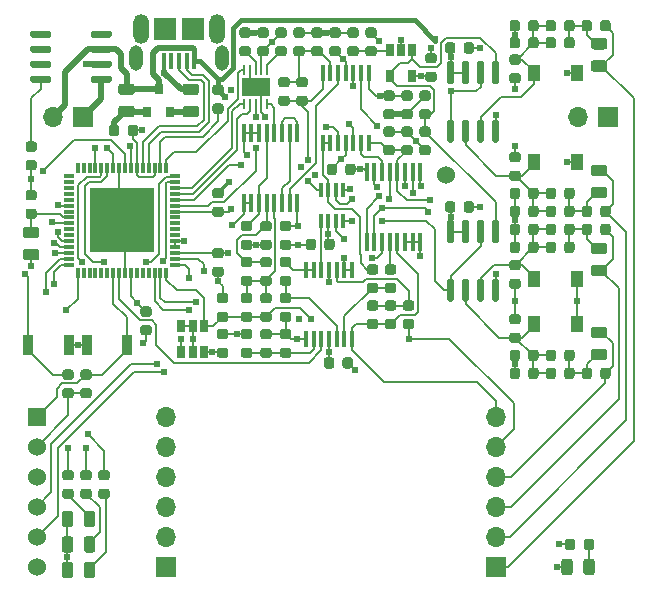
<source format=gbr>
G04 #@! TF.GenerationSoftware,KiCad,Pcbnew,5.1.10-88a1d61d58~88~ubuntu20.04.1*
G04 #@! TF.CreationDate,2021-06-15T20:39:53-04:00*
G04 #@! TF.ProjectId,oscope,6f73636f-7065-42e6-9b69-6361645f7063,rev?*
G04 #@! TF.SameCoordinates,PX3c8eee0PY31a8670*
G04 #@! TF.FileFunction,Copper,L1,Top*
G04 #@! TF.FilePolarity,Positive*
%FSLAX46Y46*%
G04 Gerber Fmt 4.6, Leading zero omitted, Abs format (unit mm)*
G04 Created by KiCad (PCBNEW 5.1.10-88a1d61d58~88~ubuntu20.04.1) date 2021-06-15 20:39:53*
%MOMM*%
%LPD*%
G01*
G04 APERTURE LIST*
G04 #@! TA.AperFunction,SMDPad,CuDef*
%ADD10R,0.250000X0.850000*%
G04 #@! TD*
G04 #@! TA.AperFunction,SMDPad,CuDef*
%ADD11R,2.380000X1.650000*%
G04 #@! TD*
G04 #@! TA.AperFunction,ComponentPad*
%ADD12C,0.609600*%
G04 #@! TD*
G04 #@! TA.AperFunction,SMDPad,CuDef*
%ADD13R,0.400000X1.350000*%
G04 #@! TD*
G04 #@! TA.AperFunction,ComponentPad*
%ADD14O,1.160000X2.160000*%
G04 #@! TD*
G04 #@! TA.AperFunction,ComponentPad*
%ADD15O,1.320000X2.520000*%
G04 #@! TD*
G04 #@! TA.AperFunction,SMDPad,CuDef*
%ADD16R,1.900000X1.900000*%
G04 #@! TD*
G04 #@! TA.AperFunction,SMDPad,CuDef*
%ADD17R,0.900000X1.700000*%
G04 #@! TD*
G04 #@! TA.AperFunction,SMDPad,CuDef*
%ADD18R,0.800000X0.900000*%
G04 #@! TD*
G04 #@! TA.AperFunction,SMDPad,CuDef*
%ADD19R,0.650000X1.060000*%
G04 #@! TD*
G04 #@! TA.AperFunction,SMDPad,CuDef*
%ADD20R,0.450000X1.450000*%
G04 #@! TD*
G04 #@! TA.AperFunction,SMDPad,CuDef*
%ADD21R,0.450000X1.500000*%
G04 #@! TD*
G04 #@! TA.AperFunction,SMDPad,CuDef*
%ADD22R,0.400000X1.220000*%
G04 #@! TD*
G04 #@! TA.AperFunction,ComponentPad*
%ADD23O,1.700000X1.700000*%
G04 #@! TD*
G04 #@! TA.AperFunction,ComponentPad*
%ADD24R,1.700000X1.700000*%
G04 #@! TD*
G04 #@! TA.AperFunction,SMDPad,CuDef*
%ADD25R,1.075000X1.400000*%
G04 #@! TD*
G04 #@! TA.AperFunction,SMDPad,CuDef*
%ADD26R,1.524000X1.524000*%
G04 #@! TD*
G04 #@! TA.AperFunction,SMDPad,CuDef*
%ADD27C,1.524000*%
G04 #@! TD*
G04 #@! TA.AperFunction,SMDPad,CuDef*
%ADD28R,0.300000X0.850000*%
G04 #@! TD*
G04 #@! TA.AperFunction,SMDPad,CuDef*
%ADD29R,0.850000X0.300000*%
G04 #@! TD*
G04 #@! TA.AperFunction,SMDPad,CuDef*
%ADD30R,5.499999X5.499999*%
G04 #@! TD*
G04 #@! TA.AperFunction,ViaPad*
%ADD31C,0.609600*%
G04 #@! TD*
G04 #@! TA.AperFunction,Conductor*
%ADD32C,0.203200*%
G04 #@! TD*
G04 #@! TA.AperFunction,Conductor*
%ADD33C,0.508000*%
G04 #@! TD*
G04 #@! TA.AperFunction,Conductor*
%ADD34C,0.304800*%
G04 #@! TD*
G04 #@! TA.AperFunction,Conductor*
%ADD35C,0.381000*%
G04 #@! TD*
G04 APERTURE END LIST*
G04 #@! TA.AperFunction,SMDPad,CuDef*
G36*
G01*
X16888750Y-14904000D02*
X17401250Y-14904000D01*
G75*
G02*
X17620000Y-15122750I0J-218750D01*
G01*
X17620000Y-15560250D01*
G75*
G02*
X17401250Y-15779000I-218750J0D01*
G01*
X16888750Y-15779000D01*
G75*
G02*
X16670000Y-15560250I0J218750D01*
G01*
X16670000Y-15122750D01*
G75*
G02*
X16888750Y-14904000I218750J0D01*
G01*
G37*
G04 #@! TD.AperFunction*
G04 #@! TA.AperFunction,SMDPad,CuDef*
G36*
G01*
X16888750Y-16479000D02*
X17401250Y-16479000D01*
G75*
G02*
X17620000Y-16697750I0J-218750D01*
G01*
X17620000Y-17135250D01*
G75*
G02*
X17401250Y-17354000I-218750J0D01*
G01*
X16888750Y-17354000D01*
G75*
G02*
X16670000Y-17135250I0J218750D01*
G01*
X16670000Y-16697750D01*
G75*
G02*
X16888750Y-16479000I218750J0D01*
G01*
G37*
G04 #@! TD.AperFunction*
D10*
X21320000Y-4900000D03*
X20820000Y-4900000D03*
X20320000Y-4900000D03*
X19820000Y-4900000D03*
X19320000Y-4900000D03*
X19320000Y-7800000D03*
X19820000Y-7800000D03*
X20320000Y-7800000D03*
X20820000Y-7800000D03*
X21320000Y-7800000D03*
D11*
X20320000Y-6350000D03*
D12*
X20320000Y-6350000D03*
G04 #@! TA.AperFunction,SMDPad,CuDef*
G36*
G01*
X1777050Y-21033800D02*
X864550Y-21033800D01*
G75*
G02*
X620800Y-20790050I0J243750D01*
G01*
X620800Y-20302550D01*
G75*
G02*
X864550Y-20058800I243750J0D01*
G01*
X1777050Y-20058800D01*
G75*
G02*
X2020800Y-20302550I0J-243750D01*
G01*
X2020800Y-20790050D01*
G75*
G02*
X1777050Y-21033800I-243750J0D01*
G01*
G37*
G04 #@! TD.AperFunction*
G04 #@! TA.AperFunction,SMDPad,CuDef*
G36*
G01*
X1777050Y-19158800D02*
X864550Y-19158800D01*
G75*
G02*
X620800Y-18915050I0J243750D01*
G01*
X620800Y-18427550D01*
G75*
G02*
X864550Y-18183800I243750J0D01*
G01*
X1777050Y-18183800D01*
G75*
G02*
X2020800Y-18427550I0J-243750D01*
G01*
X2020800Y-18915050D01*
G75*
G02*
X1777050Y-19158800I-243750J0D01*
G01*
G37*
G04 #@! TD.AperFunction*
G04 #@! TA.AperFunction,SMDPad,CuDef*
G36*
G01*
X1064550Y-15081800D02*
X1577050Y-15081800D01*
G75*
G02*
X1795800Y-15300550I0J-218750D01*
G01*
X1795800Y-15738050D01*
G75*
G02*
X1577050Y-15956800I-218750J0D01*
G01*
X1064550Y-15956800D01*
G75*
G02*
X845800Y-15738050I0J218750D01*
G01*
X845800Y-15300550D01*
G75*
G02*
X1064550Y-15081800I218750J0D01*
G01*
G37*
G04 #@! TD.AperFunction*
G04 #@! TA.AperFunction,SMDPad,CuDef*
G36*
G01*
X1064550Y-16656800D02*
X1577050Y-16656800D01*
G75*
G02*
X1795800Y-16875550I0J-218750D01*
G01*
X1795800Y-17313050D01*
G75*
G02*
X1577050Y-17531800I-218750J0D01*
G01*
X1064550Y-17531800D01*
G75*
G02*
X845800Y-17313050I0J218750D01*
G01*
X845800Y-16875550D01*
G75*
G02*
X1064550Y-16656800I218750J0D01*
G01*
G37*
G04 #@! TD.AperFunction*
G04 #@! TA.AperFunction,SMDPad,CuDef*
G36*
G01*
X11305250Y-27387000D02*
X10792750Y-27387000D01*
G75*
G02*
X10574000Y-27168250I0J218750D01*
G01*
X10574000Y-26730750D01*
G75*
G02*
X10792750Y-26512000I218750J0D01*
G01*
X11305250Y-26512000D01*
G75*
G02*
X11524000Y-26730750I0J-218750D01*
G01*
X11524000Y-27168250D01*
G75*
G02*
X11305250Y-27387000I-218750J0D01*
G01*
G37*
G04 #@! TD.AperFunction*
G04 #@! TA.AperFunction,SMDPad,CuDef*
G36*
G01*
X11305250Y-25812000D02*
X10792750Y-25812000D01*
G75*
G02*
X10574000Y-25593250I0J218750D01*
G01*
X10574000Y-25155750D01*
G75*
G02*
X10792750Y-24937000I218750J0D01*
G01*
X11305250Y-24937000D01*
G75*
G02*
X11524000Y-25155750I0J-218750D01*
G01*
X11524000Y-25593250D01*
G75*
G02*
X11305250Y-25812000I-218750J0D01*
G01*
G37*
G04 #@! TD.AperFunction*
G04 #@! TA.AperFunction,SMDPad,CuDef*
G36*
G01*
X17401250Y-20859000D02*
X16888750Y-20859000D01*
G75*
G02*
X16670000Y-20640250I0J218750D01*
G01*
X16670000Y-20202750D01*
G75*
G02*
X16888750Y-19984000I218750J0D01*
G01*
X17401250Y-19984000D01*
G75*
G02*
X17620000Y-20202750I0J-218750D01*
G01*
X17620000Y-20640250D01*
G75*
G02*
X17401250Y-20859000I-218750J0D01*
G01*
G37*
G04 #@! TD.AperFunction*
G04 #@! TA.AperFunction,SMDPad,CuDef*
G36*
G01*
X17401250Y-22434000D02*
X16888750Y-22434000D01*
G75*
G02*
X16670000Y-22215250I0J218750D01*
G01*
X16670000Y-21777750D01*
G75*
G02*
X16888750Y-21559000I218750J0D01*
G01*
X17401250Y-21559000D01*
G75*
G02*
X17620000Y-21777750I0J-218750D01*
G01*
X17620000Y-22215250D01*
G75*
G02*
X17401250Y-22434000I-218750J0D01*
G01*
G37*
G04 #@! TD.AperFunction*
G04 #@! TA.AperFunction,SMDPad,CuDef*
G36*
G01*
X9494000Y-10289250D02*
X9494000Y-9776750D01*
G75*
G02*
X9712750Y-9558000I218750J0D01*
G01*
X10150250Y-9558000D01*
G75*
G02*
X10369000Y-9776750I0J-218750D01*
G01*
X10369000Y-10289250D01*
G75*
G02*
X10150250Y-10508000I-218750J0D01*
G01*
X9712750Y-10508000D01*
G75*
G02*
X9494000Y-10289250I0J218750D01*
G01*
G37*
G04 #@! TD.AperFunction*
G04 #@! TA.AperFunction,SMDPad,CuDef*
G36*
G01*
X7919000Y-10289250D02*
X7919000Y-9776750D01*
G75*
G02*
X8137750Y-9558000I218750J0D01*
G01*
X8575250Y-9558000D01*
G75*
G02*
X8794000Y-9776750I0J-218750D01*
G01*
X8794000Y-10289250D01*
G75*
G02*
X8575250Y-10508000I-218750J0D01*
G01*
X8137750Y-10508000D01*
G75*
G02*
X7919000Y-10289250I0J218750D01*
G01*
G37*
G04 #@! TD.AperFunction*
G04 #@! TA.AperFunction,SMDPad,CuDef*
G36*
G01*
X8941750Y-6068000D02*
X9854250Y-6068000D01*
G75*
G02*
X10098000Y-6311750I0J-243750D01*
G01*
X10098000Y-6799250D01*
G75*
G02*
X9854250Y-7043000I-243750J0D01*
G01*
X8941750Y-7043000D01*
G75*
G02*
X8698000Y-6799250I0J243750D01*
G01*
X8698000Y-6311750D01*
G75*
G02*
X8941750Y-6068000I243750J0D01*
G01*
G37*
G04 #@! TD.AperFunction*
G04 #@! TA.AperFunction,SMDPad,CuDef*
G36*
G01*
X8941750Y-7943000D02*
X9854250Y-7943000D01*
G75*
G02*
X10098000Y-8186750I0J-243750D01*
G01*
X10098000Y-8674250D01*
G75*
G02*
X9854250Y-8918000I-243750J0D01*
G01*
X8941750Y-8918000D01*
G75*
G02*
X8698000Y-8674250I0J243750D01*
G01*
X8698000Y-8186750D01*
G75*
G02*
X8941750Y-7943000I243750J0D01*
G01*
G37*
G04 #@! TD.AperFunction*
G04 #@! TA.AperFunction,SMDPad,CuDef*
G36*
G01*
X15289850Y-7043000D02*
X14377350Y-7043000D01*
G75*
G02*
X14133600Y-6799250I0J243750D01*
G01*
X14133600Y-6311750D01*
G75*
G02*
X14377350Y-6068000I243750J0D01*
G01*
X15289850Y-6068000D01*
G75*
G02*
X15533600Y-6311750I0J-243750D01*
G01*
X15533600Y-6799250D01*
G75*
G02*
X15289850Y-7043000I-243750J0D01*
G01*
G37*
G04 #@! TD.AperFunction*
G04 #@! TA.AperFunction,SMDPad,CuDef*
G36*
G01*
X15289850Y-8918000D02*
X14377350Y-8918000D01*
G75*
G02*
X14133600Y-8674250I0J243750D01*
G01*
X14133600Y-8186750D01*
G75*
G02*
X14377350Y-7943000I243750J0D01*
G01*
X15289850Y-7943000D01*
G75*
G02*
X15533600Y-8186750I0J-243750D01*
G01*
X15533600Y-8674250D01*
G75*
G02*
X15289850Y-8918000I-243750J0D01*
G01*
G37*
G04 #@! TD.AperFunction*
G04 #@! TA.AperFunction,SMDPad,CuDef*
G36*
G01*
X17782250Y-27717000D02*
X17269750Y-27717000D01*
G75*
G02*
X17051000Y-27498250I0J218750D01*
G01*
X17051000Y-27060750D01*
G75*
G02*
X17269750Y-26842000I218750J0D01*
G01*
X17782250Y-26842000D01*
G75*
G02*
X18001000Y-27060750I0J-218750D01*
G01*
X18001000Y-27498250D01*
G75*
G02*
X17782250Y-27717000I-218750J0D01*
G01*
G37*
G04 #@! TD.AperFunction*
G04 #@! TA.AperFunction,SMDPad,CuDef*
G36*
G01*
X17782250Y-29292000D02*
X17269750Y-29292000D01*
G75*
G02*
X17051000Y-29073250I0J218750D01*
G01*
X17051000Y-28635750D01*
G75*
G02*
X17269750Y-28417000I218750J0D01*
G01*
X17782250Y-28417000D01*
G75*
G02*
X18001000Y-28635750I0J-218750D01*
G01*
X18001000Y-29073250D01*
G75*
G02*
X17782250Y-29292000I-218750J0D01*
G01*
G37*
G04 #@! TD.AperFunction*
G04 #@! TA.AperFunction,SMDPad,CuDef*
G36*
G01*
X17782250Y-26244000D02*
X17269750Y-26244000D01*
G75*
G02*
X17051000Y-26025250I0J218750D01*
G01*
X17051000Y-25587750D01*
G75*
G02*
X17269750Y-25369000I218750J0D01*
G01*
X17782250Y-25369000D01*
G75*
G02*
X18001000Y-25587750I0J-218750D01*
G01*
X18001000Y-26025250D01*
G75*
G02*
X17782250Y-26244000I-218750J0D01*
G01*
G37*
G04 #@! TD.AperFunction*
G04 #@! TA.AperFunction,SMDPad,CuDef*
G36*
G01*
X17782250Y-24669000D02*
X17269750Y-24669000D01*
G75*
G02*
X17051000Y-24450250I0J218750D01*
G01*
X17051000Y-24012750D01*
G75*
G02*
X17269750Y-23794000I218750J0D01*
G01*
X17782250Y-23794000D01*
G75*
G02*
X18001000Y-24012750I0J-218750D01*
G01*
X18001000Y-24450250D01*
G75*
G02*
X17782250Y-24669000I-218750J0D01*
G01*
G37*
G04 #@! TD.AperFunction*
G04 #@! TA.AperFunction,SMDPad,CuDef*
G36*
G01*
X48799000Y-912150D02*
X48799000Y-1424650D01*
G75*
G02*
X48580250Y-1643400I-218750J0D01*
G01*
X48142750Y-1643400D01*
G75*
G02*
X47924000Y-1424650I0J218750D01*
G01*
X47924000Y-912150D01*
G75*
G02*
X48142750Y-693400I218750J0D01*
G01*
X48580250Y-693400D01*
G75*
G02*
X48799000Y-912150I0J-218750D01*
G01*
G37*
G04 #@! TD.AperFunction*
G04 #@! TA.AperFunction,SMDPad,CuDef*
G36*
G01*
X50374000Y-912150D02*
X50374000Y-1424650D01*
G75*
G02*
X50155250Y-1643400I-218750J0D01*
G01*
X49717750Y-1643400D01*
G75*
G02*
X49499000Y-1424650I0J218750D01*
G01*
X49499000Y-912150D01*
G75*
G02*
X49717750Y-693400I218750J0D01*
G01*
X50155250Y-693400D01*
G75*
G02*
X50374000Y-912150I0J-218750D01*
G01*
G37*
G04 #@! TD.AperFunction*
G04 #@! TA.AperFunction,SMDPad,CuDef*
G36*
G01*
X50374000Y-16634750D02*
X50374000Y-17147250D01*
G75*
G02*
X50155250Y-17366000I-218750J0D01*
G01*
X49717750Y-17366000D01*
G75*
G02*
X49499000Y-17147250I0J218750D01*
G01*
X49499000Y-16634750D01*
G75*
G02*
X49717750Y-16416000I218750J0D01*
G01*
X50155250Y-16416000D01*
G75*
G02*
X50374000Y-16634750I0J-218750D01*
G01*
G37*
G04 #@! TD.AperFunction*
G04 #@! TA.AperFunction,SMDPad,CuDef*
G36*
G01*
X48799000Y-16634750D02*
X48799000Y-17147250D01*
G75*
G02*
X48580250Y-17366000I-218750J0D01*
G01*
X48142750Y-17366000D01*
G75*
G02*
X47924000Y-17147250I0J218750D01*
G01*
X47924000Y-16634750D01*
G75*
G02*
X48142750Y-16416000I218750J0D01*
G01*
X48580250Y-16416000D01*
G75*
G02*
X48799000Y-16634750I0J-218750D01*
G01*
G37*
G04 #@! TD.AperFunction*
G04 #@! TA.AperFunction,SMDPad,CuDef*
G36*
G01*
X48799000Y-18158750D02*
X48799000Y-18671250D01*
G75*
G02*
X48580250Y-18890000I-218750J0D01*
G01*
X48142750Y-18890000D01*
G75*
G02*
X47924000Y-18671250I0J218750D01*
G01*
X47924000Y-18158750D01*
G75*
G02*
X48142750Y-17940000I218750J0D01*
G01*
X48580250Y-17940000D01*
G75*
G02*
X48799000Y-18158750I0J-218750D01*
G01*
G37*
G04 #@! TD.AperFunction*
G04 #@! TA.AperFunction,SMDPad,CuDef*
G36*
G01*
X50374000Y-18158750D02*
X50374000Y-18671250D01*
G75*
G02*
X50155250Y-18890000I-218750J0D01*
G01*
X49717750Y-18890000D01*
G75*
G02*
X49499000Y-18671250I0J218750D01*
G01*
X49499000Y-18158750D01*
G75*
G02*
X49717750Y-17940000I218750J0D01*
G01*
X50155250Y-17940000D01*
G75*
G02*
X50374000Y-18158750I0J-218750D01*
G01*
G37*
G04 #@! TD.AperFunction*
G04 #@! TA.AperFunction,SMDPad,CuDef*
G36*
G01*
X48799000Y-30350750D02*
X48799000Y-30863250D01*
G75*
G02*
X48580250Y-31082000I-218750J0D01*
G01*
X48142750Y-31082000D01*
G75*
G02*
X47924000Y-30863250I0J218750D01*
G01*
X47924000Y-30350750D01*
G75*
G02*
X48142750Y-30132000I218750J0D01*
G01*
X48580250Y-30132000D01*
G75*
G02*
X48799000Y-30350750I0J-218750D01*
G01*
G37*
G04 #@! TD.AperFunction*
G04 #@! TA.AperFunction,SMDPad,CuDef*
G36*
G01*
X50374000Y-30350750D02*
X50374000Y-30863250D01*
G75*
G02*
X50155250Y-31082000I-218750J0D01*
G01*
X49717750Y-31082000D01*
G75*
G02*
X49499000Y-30863250I0J218750D01*
G01*
X49499000Y-30350750D01*
G75*
G02*
X49717750Y-30132000I218750J0D01*
G01*
X50155250Y-30132000D01*
G75*
G02*
X50374000Y-30350750I0J-218750D01*
G01*
G37*
G04 #@! TD.AperFunction*
G04 #@! TA.AperFunction,SMDPad,CuDef*
G36*
G01*
X47326000Y-912150D02*
X47326000Y-1424650D01*
G75*
G02*
X47107250Y-1643400I-218750J0D01*
G01*
X46669750Y-1643400D01*
G75*
G02*
X46451000Y-1424650I0J218750D01*
G01*
X46451000Y-912150D01*
G75*
G02*
X46669750Y-693400I218750J0D01*
G01*
X47107250Y-693400D01*
G75*
G02*
X47326000Y-912150I0J-218750D01*
G01*
G37*
G04 #@! TD.AperFunction*
G04 #@! TA.AperFunction,SMDPad,CuDef*
G36*
G01*
X45751000Y-912150D02*
X45751000Y-1424650D01*
G75*
G02*
X45532250Y-1643400I-218750J0D01*
G01*
X45094750Y-1643400D01*
G75*
G02*
X44876000Y-1424650I0J218750D01*
G01*
X44876000Y-912150D01*
G75*
G02*
X45094750Y-693400I218750J0D01*
G01*
X45532250Y-693400D01*
G75*
G02*
X45751000Y-912150I0J-218750D01*
G01*
G37*
G04 #@! TD.AperFunction*
G04 #@! TA.AperFunction,SMDPad,CuDef*
G36*
G01*
X45751000Y-16634750D02*
X45751000Y-17147250D01*
G75*
G02*
X45532250Y-17366000I-218750J0D01*
G01*
X45094750Y-17366000D01*
G75*
G02*
X44876000Y-17147250I0J218750D01*
G01*
X44876000Y-16634750D01*
G75*
G02*
X45094750Y-16416000I218750J0D01*
G01*
X45532250Y-16416000D01*
G75*
G02*
X45751000Y-16634750I0J-218750D01*
G01*
G37*
G04 #@! TD.AperFunction*
G04 #@! TA.AperFunction,SMDPad,CuDef*
G36*
G01*
X47326000Y-16634750D02*
X47326000Y-17147250D01*
G75*
G02*
X47107250Y-17366000I-218750J0D01*
G01*
X46669750Y-17366000D01*
G75*
G02*
X46451000Y-17147250I0J218750D01*
G01*
X46451000Y-16634750D01*
G75*
G02*
X46669750Y-16416000I218750J0D01*
G01*
X47107250Y-16416000D01*
G75*
G02*
X47326000Y-16634750I0J-218750D01*
G01*
G37*
G04 #@! TD.AperFunction*
G04 #@! TA.AperFunction,SMDPad,CuDef*
G36*
G01*
X47326000Y-18158750D02*
X47326000Y-18671250D01*
G75*
G02*
X47107250Y-18890000I-218750J0D01*
G01*
X46669750Y-18890000D01*
G75*
G02*
X46451000Y-18671250I0J218750D01*
G01*
X46451000Y-18158750D01*
G75*
G02*
X46669750Y-17940000I218750J0D01*
G01*
X47107250Y-17940000D01*
G75*
G02*
X47326000Y-18158750I0J-218750D01*
G01*
G37*
G04 #@! TD.AperFunction*
G04 #@! TA.AperFunction,SMDPad,CuDef*
G36*
G01*
X45751000Y-18158750D02*
X45751000Y-18671250D01*
G75*
G02*
X45532250Y-18890000I-218750J0D01*
G01*
X45094750Y-18890000D01*
G75*
G02*
X44876000Y-18671250I0J218750D01*
G01*
X44876000Y-18158750D01*
G75*
G02*
X45094750Y-17940000I218750J0D01*
G01*
X45532250Y-17940000D01*
G75*
G02*
X45751000Y-18158750I0J-218750D01*
G01*
G37*
G04 #@! TD.AperFunction*
G04 #@! TA.AperFunction,SMDPad,CuDef*
G36*
G01*
X47326000Y-30350750D02*
X47326000Y-30863250D01*
G75*
G02*
X47107250Y-31082000I-218750J0D01*
G01*
X46669750Y-31082000D01*
G75*
G02*
X46451000Y-30863250I0J218750D01*
G01*
X46451000Y-30350750D01*
G75*
G02*
X46669750Y-30132000I218750J0D01*
G01*
X47107250Y-30132000D01*
G75*
G02*
X47326000Y-30350750I0J-218750D01*
G01*
G37*
G04 #@! TD.AperFunction*
G04 #@! TA.AperFunction,SMDPad,CuDef*
G36*
G01*
X45751000Y-30350750D02*
X45751000Y-30863250D01*
G75*
G02*
X45532250Y-31082000I-218750J0D01*
G01*
X45094750Y-31082000D01*
G75*
G02*
X44876000Y-30863250I0J218750D01*
G01*
X44876000Y-30350750D01*
G75*
G02*
X45094750Y-30132000I218750J0D01*
G01*
X45532250Y-30132000D01*
G75*
G02*
X45751000Y-30350750I0J-218750D01*
G01*
G37*
G04 #@! TD.AperFunction*
G04 #@! TA.AperFunction,SMDPad,CuDef*
G36*
G01*
X42703000Y-912150D02*
X42703000Y-1424650D01*
G75*
G02*
X42484250Y-1643400I-218750J0D01*
G01*
X42046750Y-1643400D01*
G75*
G02*
X41828000Y-1424650I0J218750D01*
G01*
X41828000Y-912150D01*
G75*
G02*
X42046750Y-693400I218750J0D01*
G01*
X42484250Y-693400D01*
G75*
G02*
X42703000Y-912150I0J-218750D01*
G01*
G37*
G04 #@! TD.AperFunction*
G04 #@! TA.AperFunction,SMDPad,CuDef*
G36*
G01*
X44278000Y-912150D02*
X44278000Y-1424650D01*
G75*
G02*
X44059250Y-1643400I-218750J0D01*
G01*
X43621750Y-1643400D01*
G75*
G02*
X43403000Y-1424650I0J218750D01*
G01*
X43403000Y-912150D01*
G75*
G02*
X43621750Y-693400I218750J0D01*
G01*
X44059250Y-693400D01*
G75*
G02*
X44278000Y-912150I0J-218750D01*
G01*
G37*
G04 #@! TD.AperFunction*
G04 #@! TA.AperFunction,SMDPad,CuDef*
G36*
G01*
X44278000Y-16634750D02*
X44278000Y-17147250D01*
G75*
G02*
X44059250Y-17366000I-218750J0D01*
G01*
X43621750Y-17366000D01*
G75*
G02*
X43403000Y-17147250I0J218750D01*
G01*
X43403000Y-16634750D01*
G75*
G02*
X43621750Y-16416000I218750J0D01*
G01*
X44059250Y-16416000D01*
G75*
G02*
X44278000Y-16634750I0J-218750D01*
G01*
G37*
G04 #@! TD.AperFunction*
G04 #@! TA.AperFunction,SMDPad,CuDef*
G36*
G01*
X42703000Y-16634750D02*
X42703000Y-17147250D01*
G75*
G02*
X42484250Y-17366000I-218750J0D01*
G01*
X42046750Y-17366000D01*
G75*
G02*
X41828000Y-17147250I0J218750D01*
G01*
X41828000Y-16634750D01*
G75*
G02*
X42046750Y-16416000I218750J0D01*
G01*
X42484250Y-16416000D01*
G75*
G02*
X42703000Y-16634750I0J-218750D01*
G01*
G37*
G04 #@! TD.AperFunction*
G04 #@! TA.AperFunction,SMDPad,CuDef*
G36*
G01*
X42703000Y-18158750D02*
X42703000Y-18671250D01*
G75*
G02*
X42484250Y-18890000I-218750J0D01*
G01*
X42046750Y-18890000D01*
G75*
G02*
X41828000Y-18671250I0J218750D01*
G01*
X41828000Y-18158750D01*
G75*
G02*
X42046750Y-17940000I218750J0D01*
G01*
X42484250Y-17940000D01*
G75*
G02*
X42703000Y-18158750I0J-218750D01*
G01*
G37*
G04 #@! TD.AperFunction*
G04 #@! TA.AperFunction,SMDPad,CuDef*
G36*
G01*
X44278000Y-18158750D02*
X44278000Y-18671250D01*
G75*
G02*
X44059250Y-18890000I-218750J0D01*
G01*
X43621750Y-18890000D01*
G75*
G02*
X43403000Y-18671250I0J218750D01*
G01*
X43403000Y-18158750D01*
G75*
G02*
X43621750Y-17940000I218750J0D01*
G01*
X44059250Y-17940000D01*
G75*
G02*
X44278000Y-18158750I0J-218750D01*
G01*
G37*
G04 #@! TD.AperFunction*
G04 #@! TA.AperFunction,SMDPad,CuDef*
G36*
G01*
X44278000Y-30350750D02*
X44278000Y-30863250D01*
G75*
G02*
X44059250Y-31082000I-218750J0D01*
G01*
X43621750Y-31082000D01*
G75*
G02*
X43403000Y-30863250I0J218750D01*
G01*
X43403000Y-30350750D01*
G75*
G02*
X43621750Y-30132000I218750J0D01*
G01*
X44059250Y-30132000D01*
G75*
G02*
X44278000Y-30350750I0J-218750D01*
G01*
G37*
G04 #@! TD.AperFunction*
G04 #@! TA.AperFunction,SMDPad,CuDef*
G36*
G01*
X42703000Y-30350750D02*
X42703000Y-30863250D01*
G75*
G02*
X42484250Y-31082000I-218750J0D01*
G01*
X42046750Y-31082000D01*
G75*
G02*
X41828000Y-30863250I0J218750D01*
G01*
X41828000Y-30350750D01*
G75*
G02*
X42046750Y-30132000I218750J0D01*
G01*
X42484250Y-30132000D01*
G75*
G02*
X42703000Y-30350750I0J-218750D01*
G01*
G37*
G04 #@! TD.AperFunction*
G04 #@! TA.AperFunction,SMDPad,CuDef*
G36*
G01*
X34922750Y-5049000D02*
X35435250Y-5049000D01*
G75*
G02*
X35654000Y-5267750I0J-218750D01*
G01*
X35654000Y-5705250D01*
G75*
G02*
X35435250Y-5924000I-218750J0D01*
G01*
X34922750Y-5924000D01*
G75*
G02*
X34704000Y-5705250I0J218750D01*
G01*
X34704000Y-5267750D01*
G75*
G02*
X34922750Y-5049000I218750J0D01*
G01*
G37*
G04 #@! TD.AperFunction*
G04 #@! TA.AperFunction,SMDPad,CuDef*
G36*
G01*
X34922750Y-3474000D02*
X35435250Y-3474000D01*
G75*
G02*
X35654000Y-3692750I0J-218750D01*
G01*
X35654000Y-4130250D01*
G75*
G02*
X35435250Y-4349000I-218750J0D01*
G01*
X34922750Y-4349000D01*
G75*
G02*
X34704000Y-4130250I0J218750D01*
G01*
X34704000Y-3692750D01*
G75*
G02*
X34922750Y-3474000I218750J0D01*
G01*
G37*
G04 #@! TD.AperFunction*
G04 #@! TA.AperFunction,SMDPad,CuDef*
G36*
G01*
X37242000Y-2791750D02*
X37242000Y-3304250D01*
G75*
G02*
X37023250Y-3523000I-218750J0D01*
G01*
X36585750Y-3523000D01*
G75*
G02*
X36367000Y-3304250I0J218750D01*
G01*
X36367000Y-2791750D01*
G75*
G02*
X36585750Y-2573000I218750J0D01*
G01*
X37023250Y-2573000D01*
G75*
G02*
X37242000Y-2791750I0J-218750D01*
G01*
G37*
G04 #@! TD.AperFunction*
G04 #@! TA.AperFunction,SMDPad,CuDef*
G36*
G01*
X38817000Y-2791750D02*
X38817000Y-3304250D01*
G75*
G02*
X38598250Y-3523000I-218750J0D01*
G01*
X38160750Y-3523000D01*
G75*
G02*
X37942000Y-3304250I0J218750D01*
G01*
X37942000Y-2791750D01*
G75*
G02*
X38160750Y-2573000I218750J0D01*
G01*
X38598250Y-2573000D01*
G75*
G02*
X38817000Y-2791750I0J-218750D01*
G01*
G37*
G04 #@! TD.AperFunction*
G04 #@! TA.AperFunction,SMDPad,CuDef*
G36*
G01*
X37242000Y-16253750D02*
X37242000Y-16766250D01*
G75*
G02*
X37023250Y-16985000I-218750J0D01*
G01*
X36585750Y-16985000D01*
G75*
G02*
X36367000Y-16766250I0J218750D01*
G01*
X36367000Y-16253750D01*
G75*
G02*
X36585750Y-16035000I218750J0D01*
G01*
X37023250Y-16035000D01*
G75*
G02*
X37242000Y-16253750I0J-218750D01*
G01*
G37*
G04 #@! TD.AperFunction*
G04 #@! TA.AperFunction,SMDPad,CuDef*
G36*
G01*
X38817000Y-16253750D02*
X38817000Y-16766250D01*
G75*
G02*
X38598250Y-16985000I-218750J0D01*
G01*
X38160750Y-16985000D01*
G75*
G02*
X37942000Y-16766250I0J218750D01*
G01*
X37942000Y-16253750D01*
G75*
G02*
X38160750Y-16035000I218750J0D01*
G01*
X38598250Y-16035000D01*
G75*
G02*
X38817000Y-16253750I0J-218750D01*
G01*
G37*
G04 #@! TD.AperFunction*
G04 #@! TA.AperFunction,SMDPad,CuDef*
G36*
G01*
X26794750Y-1315000D02*
X27307250Y-1315000D01*
G75*
G02*
X27526000Y-1533750I0J-218750D01*
G01*
X27526000Y-1971250D01*
G75*
G02*
X27307250Y-2190000I-218750J0D01*
G01*
X26794750Y-2190000D01*
G75*
G02*
X26576000Y-1971250I0J218750D01*
G01*
X26576000Y-1533750D01*
G75*
G02*
X26794750Y-1315000I218750J0D01*
G01*
G37*
G04 #@! TD.AperFunction*
G04 #@! TA.AperFunction,SMDPad,CuDef*
G36*
G01*
X26794750Y-2890000D02*
X27307250Y-2890000D01*
G75*
G02*
X27526000Y-3108750I0J-218750D01*
G01*
X27526000Y-3546250D01*
G75*
G02*
X27307250Y-3765000I-218750J0D01*
G01*
X26794750Y-3765000D01*
G75*
G02*
X26576000Y-3546250I0J218750D01*
G01*
X26576000Y-3108750D01*
G75*
G02*
X26794750Y-2890000I218750J0D01*
G01*
G37*
G04 #@! TD.AperFunction*
G04 #@! TA.AperFunction,SMDPad,CuDef*
G36*
G01*
X27909000Y-13591250D02*
X27909000Y-13078750D01*
G75*
G02*
X28127750Y-12860000I218750J0D01*
G01*
X28565250Y-12860000D01*
G75*
G02*
X28784000Y-13078750I0J-218750D01*
G01*
X28784000Y-13591250D01*
G75*
G02*
X28565250Y-13810000I-218750J0D01*
G01*
X28127750Y-13810000D01*
G75*
G02*
X27909000Y-13591250I0J218750D01*
G01*
G37*
G04 #@! TD.AperFunction*
G04 #@! TA.AperFunction,SMDPad,CuDef*
G36*
G01*
X26334000Y-13591250D02*
X26334000Y-13078750D01*
G75*
G02*
X26552750Y-12860000I218750J0D01*
G01*
X26990250Y-12860000D01*
G75*
G02*
X27209000Y-13078750I0J-218750D01*
G01*
X27209000Y-13591250D01*
G75*
G02*
X26990250Y-13810000I-218750J0D01*
G01*
X26552750Y-13810000D01*
G75*
G02*
X26334000Y-13591250I0J218750D01*
G01*
G37*
G04 #@! TD.AperFunction*
G04 #@! TA.AperFunction,SMDPad,CuDef*
G36*
G01*
X19687250Y-2190000D02*
X19174750Y-2190000D01*
G75*
G02*
X18956000Y-1971250I0J218750D01*
G01*
X18956000Y-1533750D01*
G75*
G02*
X19174750Y-1315000I218750J0D01*
G01*
X19687250Y-1315000D01*
G75*
G02*
X19906000Y-1533750I0J-218750D01*
G01*
X19906000Y-1971250D01*
G75*
G02*
X19687250Y-2190000I-218750J0D01*
G01*
G37*
G04 #@! TD.AperFunction*
G04 #@! TA.AperFunction,SMDPad,CuDef*
G36*
G01*
X19687250Y-3765000D02*
X19174750Y-3765000D01*
G75*
G02*
X18956000Y-3546250I0J218750D01*
G01*
X18956000Y-3108750D01*
G75*
G02*
X19174750Y-2890000I218750J0D01*
G01*
X19687250Y-2890000D01*
G75*
G02*
X19906000Y-3108750I0J-218750D01*
G01*
X19906000Y-3546250D01*
G75*
G02*
X19687250Y-3765000I-218750J0D01*
G01*
G37*
G04 #@! TD.AperFunction*
G04 #@! TA.AperFunction,SMDPad,CuDef*
G36*
G01*
X22222750Y-2890000D02*
X22735250Y-2890000D01*
G75*
G02*
X22954000Y-3108750I0J-218750D01*
G01*
X22954000Y-3546250D01*
G75*
G02*
X22735250Y-3765000I-218750J0D01*
G01*
X22222750Y-3765000D01*
G75*
G02*
X22004000Y-3546250I0J218750D01*
G01*
X22004000Y-3108750D01*
G75*
G02*
X22222750Y-2890000I218750J0D01*
G01*
G37*
G04 #@! TD.AperFunction*
G04 #@! TA.AperFunction,SMDPad,CuDef*
G36*
G01*
X22222750Y-1315000D02*
X22735250Y-1315000D01*
G75*
G02*
X22954000Y-1533750I0J-218750D01*
G01*
X22954000Y-1971250D01*
G75*
G02*
X22735250Y-2190000I-218750J0D01*
G01*
X22222750Y-2190000D01*
G75*
G02*
X22004000Y-1971250I0J218750D01*
G01*
X22004000Y-1533750D01*
G75*
G02*
X22222750Y-1315000I218750J0D01*
G01*
G37*
G04 #@! TD.AperFunction*
G04 #@! TA.AperFunction,SMDPad,CuDef*
G36*
G01*
X20698750Y-1315000D02*
X21211250Y-1315000D01*
G75*
G02*
X21430000Y-1533750I0J-218750D01*
G01*
X21430000Y-1971250D01*
G75*
G02*
X21211250Y-2190000I-218750J0D01*
G01*
X20698750Y-2190000D01*
G75*
G02*
X20480000Y-1971250I0J218750D01*
G01*
X20480000Y-1533750D01*
G75*
G02*
X20698750Y-1315000I218750J0D01*
G01*
G37*
G04 #@! TD.AperFunction*
G04 #@! TA.AperFunction,SMDPad,CuDef*
G36*
G01*
X20698750Y-2890000D02*
X21211250Y-2890000D01*
G75*
G02*
X21430000Y-3108750I0J-218750D01*
G01*
X21430000Y-3546250D01*
G75*
G02*
X21211250Y-3765000I-218750J0D01*
G01*
X20698750Y-3765000D01*
G75*
G02*
X20480000Y-3546250I0J218750D01*
G01*
X20480000Y-3108750D01*
G75*
G02*
X20698750Y-2890000I218750J0D01*
G01*
G37*
G04 #@! TD.AperFunction*
G04 #@! TA.AperFunction,SMDPad,CuDef*
G36*
G01*
X23116250Y-20148000D02*
X22603750Y-20148000D01*
G75*
G02*
X22385000Y-19929250I0J218750D01*
G01*
X22385000Y-19491750D01*
G75*
G02*
X22603750Y-19273000I218750J0D01*
G01*
X23116250Y-19273000D01*
G75*
G02*
X23335000Y-19491750I0J-218750D01*
G01*
X23335000Y-19929250D01*
G75*
G02*
X23116250Y-20148000I-218750J0D01*
G01*
G37*
G04 #@! TD.AperFunction*
G04 #@! TA.AperFunction,SMDPad,CuDef*
G36*
G01*
X23116250Y-18573000D02*
X22603750Y-18573000D01*
G75*
G02*
X22385000Y-18354250I0J218750D01*
G01*
X22385000Y-17916750D01*
G75*
G02*
X22603750Y-17698000I218750J0D01*
G01*
X23116250Y-17698000D01*
G75*
G02*
X23335000Y-17916750I0J-218750D01*
G01*
X23335000Y-18354250D01*
G75*
G02*
X23116250Y-18573000I-218750J0D01*
G01*
G37*
G04 #@! TD.AperFunction*
G04 #@! TA.AperFunction,SMDPad,CuDef*
G36*
G01*
X5784000Y-43382250D02*
X5784000Y-42469750D01*
G75*
G02*
X6027750Y-42226000I243750J0D01*
G01*
X6515250Y-42226000D01*
G75*
G02*
X6759000Y-42469750I0J-243750D01*
G01*
X6759000Y-43382250D01*
G75*
G02*
X6515250Y-43626000I-243750J0D01*
G01*
X6027750Y-43626000D01*
G75*
G02*
X5784000Y-43382250I0J243750D01*
G01*
G37*
G04 #@! TD.AperFunction*
G04 #@! TA.AperFunction,SMDPad,CuDef*
G36*
G01*
X3909000Y-43382250D02*
X3909000Y-42469750D01*
G75*
G02*
X4152750Y-42226000I243750J0D01*
G01*
X4640250Y-42226000D01*
G75*
G02*
X4884000Y-42469750I0J-243750D01*
G01*
X4884000Y-43382250D01*
G75*
G02*
X4640250Y-43626000I-243750J0D01*
G01*
X4152750Y-43626000D01*
G75*
G02*
X3909000Y-43382250I0J243750D01*
G01*
G37*
G04 #@! TD.AperFunction*
G04 #@! TA.AperFunction,SMDPad,CuDef*
G36*
G01*
X5784000Y-45541250D02*
X5784000Y-44628750D01*
G75*
G02*
X6027750Y-44385000I243750J0D01*
G01*
X6515250Y-44385000D01*
G75*
G02*
X6759000Y-44628750I0J-243750D01*
G01*
X6759000Y-45541250D01*
G75*
G02*
X6515250Y-45785000I-243750J0D01*
G01*
X6027750Y-45785000D01*
G75*
G02*
X5784000Y-45541250I0J243750D01*
G01*
G37*
G04 #@! TD.AperFunction*
G04 #@! TA.AperFunction,SMDPad,CuDef*
G36*
G01*
X3909000Y-45541250D02*
X3909000Y-44628750D01*
G75*
G02*
X4152750Y-44385000I243750J0D01*
G01*
X4640250Y-44385000D01*
G75*
G02*
X4884000Y-44628750I0J-243750D01*
G01*
X4884000Y-45541250D01*
G75*
G02*
X4640250Y-45785000I-243750J0D01*
G01*
X4152750Y-45785000D01*
G75*
G02*
X3909000Y-45541250I0J243750D01*
G01*
G37*
G04 #@! TD.AperFunction*
G04 #@! TA.AperFunction,SMDPad,CuDef*
G36*
G01*
X3909000Y-47700250D02*
X3909000Y-46787750D01*
G75*
G02*
X4152750Y-46544000I243750J0D01*
G01*
X4640250Y-46544000D01*
G75*
G02*
X4884000Y-46787750I0J-243750D01*
G01*
X4884000Y-47700250D01*
G75*
G02*
X4640250Y-47944000I-243750J0D01*
G01*
X4152750Y-47944000D01*
G75*
G02*
X3909000Y-47700250I0J243750D01*
G01*
G37*
G04 #@! TD.AperFunction*
G04 #@! TA.AperFunction,SMDPad,CuDef*
G36*
G01*
X5784000Y-47700250D02*
X5784000Y-46787750D01*
G75*
G02*
X6027750Y-46544000I243750J0D01*
G01*
X6515250Y-46544000D01*
G75*
G02*
X6759000Y-46787750I0J-243750D01*
G01*
X6759000Y-47700250D01*
G75*
G02*
X6515250Y-47944000I-243750J0D01*
G01*
X6027750Y-47944000D01*
G75*
G02*
X5784000Y-47700250I0J243750D01*
G01*
G37*
G04 #@! TD.AperFunction*
G04 #@! TA.AperFunction,SMDPad,CuDef*
G36*
G01*
X46200000Y-47446250D02*
X46200000Y-46533750D01*
G75*
G02*
X46443750Y-46290000I243750J0D01*
G01*
X46931250Y-46290000D01*
G75*
G02*
X47175000Y-46533750I0J-243750D01*
G01*
X47175000Y-47446250D01*
G75*
G02*
X46931250Y-47690000I-243750J0D01*
G01*
X46443750Y-47690000D01*
G75*
G02*
X46200000Y-47446250I0J243750D01*
G01*
G37*
G04 #@! TD.AperFunction*
G04 #@! TA.AperFunction,SMDPad,CuDef*
G36*
G01*
X48075000Y-47446250D02*
X48075000Y-46533750D01*
G75*
G02*
X48318750Y-46290000I243750J0D01*
G01*
X48806250Y-46290000D01*
G75*
G02*
X49050000Y-46533750I0J-243750D01*
G01*
X49050000Y-47446250D01*
G75*
G02*
X48806250Y-47690000I-243750J0D01*
G01*
X48318750Y-47690000D01*
G75*
G02*
X48075000Y-47446250I0J243750D01*
G01*
G37*
G04 #@! TD.AperFunction*
D13*
X15143000Y-4135500D03*
X14493000Y-4135500D03*
X13843000Y-4135500D03*
X13193000Y-4135500D03*
X12543000Y-4135500D03*
D14*
X17458000Y-3860500D03*
X10228000Y-3860500D03*
D15*
X17098000Y-1460500D03*
X10588000Y-1460500D03*
D16*
X15043000Y-1460500D03*
X12643000Y-1460500D03*
G04 #@! TA.AperFunction,SMDPad,CuDef*
G36*
G01*
X6225250Y-31146000D02*
X5712750Y-31146000D01*
G75*
G02*
X5494000Y-30927250I0J218750D01*
G01*
X5494000Y-30489750D01*
G75*
G02*
X5712750Y-30271000I218750J0D01*
G01*
X6225250Y-30271000D01*
G75*
G02*
X6444000Y-30489750I0J-218750D01*
G01*
X6444000Y-30927250D01*
G75*
G02*
X6225250Y-31146000I-218750J0D01*
G01*
G37*
G04 #@! TD.AperFunction*
G04 #@! TA.AperFunction,SMDPad,CuDef*
G36*
G01*
X6225250Y-32721000D02*
X5712750Y-32721000D01*
G75*
G02*
X5494000Y-32502250I0J218750D01*
G01*
X5494000Y-32064750D01*
G75*
G02*
X5712750Y-31846000I218750J0D01*
G01*
X6225250Y-31846000D01*
G75*
G02*
X6444000Y-32064750I0J-218750D01*
G01*
X6444000Y-32502250D01*
G75*
G02*
X6225250Y-32721000I-218750J0D01*
G01*
G37*
G04 #@! TD.AperFunction*
G04 #@! TA.AperFunction,SMDPad,CuDef*
G36*
G01*
X4701250Y-32721000D02*
X4188750Y-32721000D01*
G75*
G02*
X3970000Y-32502250I0J218750D01*
G01*
X3970000Y-32064750D01*
G75*
G02*
X4188750Y-31846000I218750J0D01*
G01*
X4701250Y-31846000D01*
G75*
G02*
X4920000Y-32064750I0J-218750D01*
G01*
X4920000Y-32502250D01*
G75*
G02*
X4701250Y-32721000I-218750J0D01*
G01*
G37*
G04 #@! TD.AperFunction*
G04 #@! TA.AperFunction,SMDPad,CuDef*
G36*
G01*
X4701250Y-31146000D02*
X4188750Y-31146000D01*
G75*
G02*
X3970000Y-30927250I0J218750D01*
G01*
X3970000Y-30489750D01*
G75*
G02*
X4188750Y-30271000I218750J0D01*
G01*
X4701250Y-30271000D01*
G75*
G02*
X4920000Y-30489750I0J-218750D01*
G01*
X4920000Y-30927250D01*
G75*
G02*
X4701250Y-31146000I-218750J0D01*
G01*
G37*
G04 #@! TD.AperFunction*
G04 #@! TA.AperFunction,SMDPad,CuDef*
G36*
G01*
X16888750Y-7741400D02*
X17401250Y-7741400D01*
G75*
G02*
X17620000Y-7960150I0J-218750D01*
G01*
X17620000Y-8397650D01*
G75*
G02*
X17401250Y-8616400I-218750J0D01*
G01*
X16888750Y-8616400D01*
G75*
G02*
X16670000Y-8397650I0J218750D01*
G01*
X16670000Y-7960150D01*
G75*
G02*
X16888750Y-7741400I218750J0D01*
G01*
G37*
G04 #@! TD.AperFunction*
G04 #@! TA.AperFunction,SMDPad,CuDef*
G36*
G01*
X16888750Y-6166400D02*
X17401250Y-6166400D01*
G75*
G02*
X17620000Y-6385150I0J-218750D01*
G01*
X17620000Y-6822650D01*
G75*
G02*
X17401250Y-7041400I-218750J0D01*
G01*
X16888750Y-7041400D01*
G75*
G02*
X16670000Y-6822650I0J218750D01*
G01*
X16670000Y-6385150D01*
G75*
G02*
X16888750Y-6166400I218750J0D01*
G01*
G37*
G04 #@! TD.AperFunction*
G04 #@! TA.AperFunction,SMDPad,CuDef*
G36*
G01*
X4188750Y-40355000D02*
X4701250Y-40355000D01*
G75*
G02*
X4920000Y-40573750I0J-218750D01*
G01*
X4920000Y-41011250D01*
G75*
G02*
X4701250Y-41230000I-218750J0D01*
G01*
X4188750Y-41230000D01*
G75*
G02*
X3970000Y-41011250I0J218750D01*
G01*
X3970000Y-40573750D01*
G75*
G02*
X4188750Y-40355000I218750J0D01*
G01*
G37*
G04 #@! TD.AperFunction*
G04 #@! TA.AperFunction,SMDPad,CuDef*
G36*
G01*
X4188750Y-38780000D02*
X4701250Y-38780000D01*
G75*
G02*
X4920000Y-38998750I0J-218750D01*
G01*
X4920000Y-39436250D01*
G75*
G02*
X4701250Y-39655000I-218750J0D01*
G01*
X4188750Y-39655000D01*
G75*
G02*
X3970000Y-39436250I0J218750D01*
G01*
X3970000Y-38998750D01*
G75*
G02*
X4188750Y-38780000I218750J0D01*
G01*
G37*
G04 #@! TD.AperFunction*
G04 #@! TA.AperFunction,SMDPad,CuDef*
G36*
G01*
X5712750Y-38780000D02*
X6225250Y-38780000D01*
G75*
G02*
X6444000Y-38998750I0J-218750D01*
G01*
X6444000Y-39436250D01*
G75*
G02*
X6225250Y-39655000I-218750J0D01*
G01*
X5712750Y-39655000D01*
G75*
G02*
X5494000Y-39436250I0J218750D01*
G01*
X5494000Y-38998750D01*
G75*
G02*
X5712750Y-38780000I218750J0D01*
G01*
G37*
G04 #@! TD.AperFunction*
G04 #@! TA.AperFunction,SMDPad,CuDef*
G36*
G01*
X5712750Y-40355000D02*
X6225250Y-40355000D01*
G75*
G02*
X6444000Y-40573750I0J-218750D01*
G01*
X6444000Y-41011250D01*
G75*
G02*
X6225250Y-41230000I-218750J0D01*
G01*
X5712750Y-41230000D01*
G75*
G02*
X5494000Y-41011250I0J218750D01*
G01*
X5494000Y-40573750D01*
G75*
G02*
X5712750Y-40355000I218750J0D01*
G01*
G37*
G04 #@! TD.AperFunction*
G04 #@! TA.AperFunction,SMDPad,CuDef*
G36*
G01*
X7236750Y-40355000D02*
X7749250Y-40355000D01*
G75*
G02*
X7968000Y-40573750I0J-218750D01*
G01*
X7968000Y-41011250D01*
G75*
G02*
X7749250Y-41230000I-218750J0D01*
G01*
X7236750Y-41230000D01*
G75*
G02*
X7018000Y-41011250I0J218750D01*
G01*
X7018000Y-40573750D01*
G75*
G02*
X7236750Y-40355000I218750J0D01*
G01*
G37*
G04 #@! TD.AperFunction*
G04 #@! TA.AperFunction,SMDPad,CuDef*
G36*
G01*
X7236750Y-38780000D02*
X7749250Y-38780000D01*
G75*
G02*
X7968000Y-38998750I0J-218750D01*
G01*
X7968000Y-39436250D01*
G75*
G02*
X7749250Y-39655000I-218750J0D01*
G01*
X7236750Y-39655000D01*
G75*
G02*
X7018000Y-39436250I0J218750D01*
G01*
X7018000Y-38998750D01*
G75*
G02*
X7236750Y-38780000I218750J0D01*
G01*
G37*
G04 #@! TD.AperFunction*
G04 #@! TA.AperFunction,SMDPad,CuDef*
G36*
G01*
X46527000Y-45341250D02*
X46527000Y-44828750D01*
G75*
G02*
X46745750Y-44610000I218750J0D01*
G01*
X47183250Y-44610000D01*
G75*
G02*
X47402000Y-44828750I0J-218750D01*
G01*
X47402000Y-45341250D01*
G75*
G02*
X47183250Y-45560000I-218750J0D01*
G01*
X46745750Y-45560000D01*
G75*
G02*
X46527000Y-45341250I0J218750D01*
G01*
G37*
G04 #@! TD.AperFunction*
G04 #@! TA.AperFunction,SMDPad,CuDef*
G36*
G01*
X48102000Y-45341250D02*
X48102000Y-44828750D01*
G75*
G02*
X48320750Y-44610000I218750J0D01*
G01*
X48758250Y-44610000D01*
G75*
G02*
X48977000Y-44828750I0J-218750D01*
G01*
X48977000Y-45341250D01*
G75*
G02*
X48758250Y-45560000I-218750J0D01*
G01*
X48320750Y-45560000D01*
G75*
G02*
X48102000Y-45341250I0J218750D01*
G01*
G37*
G04 #@! TD.AperFunction*
G04 #@! TA.AperFunction,SMDPad,CuDef*
G36*
G01*
X48946750Y-2207200D02*
X49859250Y-2207200D01*
G75*
G02*
X50103000Y-2450950I0J-243750D01*
G01*
X50103000Y-2938450D01*
G75*
G02*
X49859250Y-3182200I-243750J0D01*
G01*
X48946750Y-3182200D01*
G75*
G02*
X48703000Y-2938450I0J243750D01*
G01*
X48703000Y-2450950D01*
G75*
G02*
X48946750Y-2207200I243750J0D01*
G01*
G37*
G04 #@! TD.AperFunction*
G04 #@! TA.AperFunction,SMDPad,CuDef*
G36*
G01*
X48946750Y-4082200D02*
X49859250Y-4082200D01*
G75*
G02*
X50103000Y-4325950I0J-243750D01*
G01*
X50103000Y-4813450D01*
G75*
G02*
X49859250Y-5057200I-243750J0D01*
G01*
X48946750Y-5057200D01*
G75*
G02*
X48703000Y-4813450I0J243750D01*
G01*
X48703000Y-4325950D01*
G75*
G02*
X48946750Y-4082200I243750J0D01*
G01*
G37*
G04 #@! TD.AperFunction*
G04 #@! TA.AperFunction,SMDPad,CuDef*
G36*
G01*
X49859250Y-13901000D02*
X48946750Y-13901000D01*
G75*
G02*
X48703000Y-13657250I0J243750D01*
G01*
X48703000Y-13169750D01*
G75*
G02*
X48946750Y-12926000I243750J0D01*
G01*
X49859250Y-12926000D01*
G75*
G02*
X50103000Y-13169750I0J-243750D01*
G01*
X50103000Y-13657250D01*
G75*
G02*
X49859250Y-13901000I-243750J0D01*
G01*
G37*
G04 #@! TD.AperFunction*
G04 #@! TA.AperFunction,SMDPad,CuDef*
G36*
G01*
X49859250Y-15776000D02*
X48946750Y-15776000D01*
G75*
G02*
X48703000Y-15532250I0J243750D01*
G01*
X48703000Y-15044750D01*
G75*
G02*
X48946750Y-14801000I243750J0D01*
G01*
X49859250Y-14801000D01*
G75*
G02*
X50103000Y-15044750I0J-243750D01*
G01*
X50103000Y-15532250D01*
G75*
G02*
X49859250Y-15776000I-243750J0D01*
G01*
G37*
G04 #@! TD.AperFunction*
G04 #@! TA.AperFunction,SMDPad,CuDef*
G36*
G01*
X48946750Y-21405000D02*
X49859250Y-21405000D01*
G75*
G02*
X50103000Y-21648750I0J-243750D01*
G01*
X50103000Y-22136250D01*
G75*
G02*
X49859250Y-22380000I-243750J0D01*
G01*
X48946750Y-22380000D01*
G75*
G02*
X48703000Y-22136250I0J243750D01*
G01*
X48703000Y-21648750D01*
G75*
G02*
X48946750Y-21405000I243750J0D01*
G01*
G37*
G04 #@! TD.AperFunction*
G04 #@! TA.AperFunction,SMDPad,CuDef*
G36*
G01*
X48946750Y-19530000D02*
X49859250Y-19530000D01*
G75*
G02*
X50103000Y-19773750I0J-243750D01*
G01*
X50103000Y-20261250D01*
G75*
G02*
X49859250Y-20505000I-243750J0D01*
G01*
X48946750Y-20505000D01*
G75*
G02*
X48703000Y-20261250I0J243750D01*
G01*
X48703000Y-19773750D01*
G75*
G02*
X48946750Y-19530000I243750J0D01*
G01*
G37*
G04 #@! TD.AperFunction*
G04 #@! TA.AperFunction,SMDPad,CuDef*
G36*
G01*
X49859250Y-29492000D02*
X48946750Y-29492000D01*
G75*
G02*
X48703000Y-29248250I0J243750D01*
G01*
X48703000Y-28760750D01*
G75*
G02*
X48946750Y-28517000I243750J0D01*
G01*
X49859250Y-28517000D01*
G75*
G02*
X50103000Y-28760750I0J-243750D01*
G01*
X50103000Y-29248250D01*
G75*
G02*
X49859250Y-29492000I-243750J0D01*
G01*
G37*
G04 #@! TD.AperFunction*
G04 #@! TA.AperFunction,SMDPad,CuDef*
G36*
G01*
X49859250Y-27617000D02*
X48946750Y-27617000D01*
G75*
G02*
X48703000Y-27373250I0J243750D01*
G01*
X48703000Y-26885750D01*
G75*
G02*
X48946750Y-26642000I243750J0D01*
G01*
X49859250Y-26642000D01*
G75*
G02*
X50103000Y-26885750I0J-243750D01*
G01*
X50103000Y-27373250D01*
G75*
G02*
X49859250Y-27617000I-243750J0D01*
G01*
G37*
G04 #@! TD.AperFunction*
G04 #@! TA.AperFunction,SMDPad,CuDef*
G36*
G01*
X46451000Y-2872450D02*
X46451000Y-2359950D01*
G75*
G02*
X46669750Y-2141200I218750J0D01*
G01*
X47107250Y-2141200D01*
G75*
G02*
X47326000Y-2359950I0J-218750D01*
G01*
X47326000Y-2872450D01*
G75*
G02*
X47107250Y-3091200I-218750J0D01*
G01*
X46669750Y-3091200D01*
G75*
G02*
X46451000Y-2872450I0J218750D01*
G01*
G37*
G04 #@! TD.AperFunction*
G04 #@! TA.AperFunction,SMDPad,CuDef*
G36*
G01*
X44876000Y-2872450D02*
X44876000Y-2359950D01*
G75*
G02*
X45094750Y-2141200I218750J0D01*
G01*
X45532250Y-2141200D01*
G75*
G02*
X45751000Y-2359950I0J-218750D01*
G01*
X45751000Y-2872450D01*
G75*
G02*
X45532250Y-3091200I-218750J0D01*
G01*
X45094750Y-3091200D01*
G75*
G02*
X44876000Y-2872450I0J218750D01*
G01*
G37*
G04 #@! TD.AperFunction*
G04 #@! TA.AperFunction,SMDPad,CuDef*
G36*
G01*
X44876000Y-15623250D02*
X44876000Y-15110750D01*
G75*
G02*
X45094750Y-14892000I218750J0D01*
G01*
X45532250Y-14892000D01*
G75*
G02*
X45751000Y-15110750I0J-218750D01*
G01*
X45751000Y-15623250D01*
G75*
G02*
X45532250Y-15842000I-218750J0D01*
G01*
X45094750Y-15842000D01*
G75*
G02*
X44876000Y-15623250I0J218750D01*
G01*
G37*
G04 #@! TD.AperFunction*
G04 #@! TA.AperFunction,SMDPad,CuDef*
G36*
G01*
X46451000Y-15623250D02*
X46451000Y-15110750D01*
G75*
G02*
X46669750Y-14892000I218750J0D01*
G01*
X47107250Y-14892000D01*
G75*
G02*
X47326000Y-15110750I0J-218750D01*
G01*
X47326000Y-15623250D01*
G75*
G02*
X47107250Y-15842000I-218750J0D01*
G01*
X46669750Y-15842000D01*
G75*
G02*
X46451000Y-15623250I0J218750D01*
G01*
G37*
G04 #@! TD.AperFunction*
G04 #@! TA.AperFunction,SMDPad,CuDef*
G36*
G01*
X46451000Y-20195250D02*
X46451000Y-19682750D01*
G75*
G02*
X46669750Y-19464000I218750J0D01*
G01*
X47107250Y-19464000D01*
G75*
G02*
X47326000Y-19682750I0J-218750D01*
G01*
X47326000Y-20195250D01*
G75*
G02*
X47107250Y-20414000I-218750J0D01*
G01*
X46669750Y-20414000D01*
G75*
G02*
X46451000Y-20195250I0J218750D01*
G01*
G37*
G04 #@! TD.AperFunction*
G04 #@! TA.AperFunction,SMDPad,CuDef*
G36*
G01*
X44876000Y-20195250D02*
X44876000Y-19682750D01*
G75*
G02*
X45094750Y-19464000I218750J0D01*
G01*
X45532250Y-19464000D01*
G75*
G02*
X45751000Y-19682750I0J-218750D01*
G01*
X45751000Y-20195250D01*
G75*
G02*
X45532250Y-20414000I-218750J0D01*
G01*
X45094750Y-20414000D01*
G75*
G02*
X44876000Y-20195250I0J218750D01*
G01*
G37*
G04 #@! TD.AperFunction*
G04 #@! TA.AperFunction,SMDPad,CuDef*
G36*
G01*
X46451000Y-29339250D02*
X46451000Y-28826750D01*
G75*
G02*
X46669750Y-28608000I218750J0D01*
G01*
X47107250Y-28608000D01*
G75*
G02*
X47326000Y-28826750I0J-218750D01*
G01*
X47326000Y-29339250D01*
G75*
G02*
X47107250Y-29558000I-218750J0D01*
G01*
X46669750Y-29558000D01*
G75*
G02*
X46451000Y-29339250I0J218750D01*
G01*
G37*
G04 #@! TD.AperFunction*
G04 #@! TA.AperFunction,SMDPad,CuDef*
G36*
G01*
X44876000Y-29339250D02*
X44876000Y-28826750D01*
G75*
G02*
X45094750Y-28608000I218750J0D01*
G01*
X45532250Y-28608000D01*
G75*
G02*
X45751000Y-28826750I0J-218750D01*
G01*
X45751000Y-29339250D01*
G75*
G02*
X45532250Y-29558000I-218750J0D01*
G01*
X45094750Y-29558000D01*
G75*
G02*
X44876000Y-29339250I0J218750D01*
G01*
G37*
G04 #@! TD.AperFunction*
G04 #@! TA.AperFunction,SMDPad,CuDef*
G36*
G01*
X30355250Y-3765000D02*
X29842750Y-3765000D01*
G75*
G02*
X29624000Y-3546250I0J218750D01*
G01*
X29624000Y-3108750D01*
G75*
G02*
X29842750Y-2890000I218750J0D01*
G01*
X30355250Y-2890000D01*
G75*
G02*
X30574000Y-3108750I0J-218750D01*
G01*
X30574000Y-3546250D01*
G75*
G02*
X30355250Y-3765000I-218750J0D01*
G01*
G37*
G04 #@! TD.AperFunction*
G04 #@! TA.AperFunction,SMDPad,CuDef*
G36*
G01*
X30355250Y-2190000D02*
X29842750Y-2190000D01*
G75*
G02*
X29624000Y-1971250I0J218750D01*
G01*
X29624000Y-1533750D01*
G75*
G02*
X29842750Y-1315000I218750J0D01*
G01*
X30355250Y-1315000D01*
G75*
G02*
X30574000Y-1533750I0J-218750D01*
G01*
X30574000Y-1971250D01*
G75*
G02*
X30355250Y-2190000I-218750J0D01*
G01*
G37*
G04 #@! TD.AperFunction*
G04 #@! TA.AperFunction,SMDPad,CuDef*
G36*
G01*
X41828000Y-2872450D02*
X41828000Y-2359950D01*
G75*
G02*
X42046750Y-2141200I218750J0D01*
G01*
X42484250Y-2141200D01*
G75*
G02*
X42703000Y-2359950I0J-218750D01*
G01*
X42703000Y-2872450D01*
G75*
G02*
X42484250Y-3091200I-218750J0D01*
G01*
X42046750Y-3091200D01*
G75*
G02*
X41828000Y-2872450I0J218750D01*
G01*
G37*
G04 #@! TD.AperFunction*
G04 #@! TA.AperFunction,SMDPad,CuDef*
G36*
G01*
X43403000Y-2872450D02*
X43403000Y-2359950D01*
G75*
G02*
X43621750Y-2141200I218750J0D01*
G01*
X44059250Y-2141200D01*
G75*
G02*
X44278000Y-2359950I0J-218750D01*
G01*
X44278000Y-2872450D01*
G75*
G02*
X44059250Y-3091200I-218750J0D01*
G01*
X43621750Y-3091200D01*
G75*
G02*
X43403000Y-2872450I0J218750D01*
G01*
G37*
G04 #@! TD.AperFunction*
G04 #@! TA.AperFunction,SMDPad,CuDef*
G36*
G01*
X41828000Y-15623250D02*
X41828000Y-15110750D01*
G75*
G02*
X42046750Y-14892000I218750J0D01*
G01*
X42484250Y-14892000D01*
G75*
G02*
X42703000Y-15110750I0J-218750D01*
G01*
X42703000Y-15623250D01*
G75*
G02*
X42484250Y-15842000I-218750J0D01*
G01*
X42046750Y-15842000D01*
G75*
G02*
X41828000Y-15623250I0J218750D01*
G01*
G37*
G04 #@! TD.AperFunction*
G04 #@! TA.AperFunction,SMDPad,CuDef*
G36*
G01*
X43403000Y-15623250D02*
X43403000Y-15110750D01*
G75*
G02*
X43621750Y-14892000I218750J0D01*
G01*
X44059250Y-14892000D01*
G75*
G02*
X44278000Y-15110750I0J-218750D01*
G01*
X44278000Y-15623250D01*
G75*
G02*
X44059250Y-15842000I-218750J0D01*
G01*
X43621750Y-15842000D01*
G75*
G02*
X43403000Y-15623250I0J218750D01*
G01*
G37*
G04 #@! TD.AperFunction*
G04 #@! TA.AperFunction,SMDPad,CuDef*
G36*
G01*
X41828000Y-20195250D02*
X41828000Y-19682750D01*
G75*
G02*
X42046750Y-19464000I218750J0D01*
G01*
X42484250Y-19464000D01*
G75*
G02*
X42703000Y-19682750I0J-218750D01*
G01*
X42703000Y-20195250D01*
G75*
G02*
X42484250Y-20414000I-218750J0D01*
G01*
X42046750Y-20414000D01*
G75*
G02*
X41828000Y-20195250I0J218750D01*
G01*
G37*
G04 #@! TD.AperFunction*
G04 #@! TA.AperFunction,SMDPad,CuDef*
G36*
G01*
X43403000Y-20195250D02*
X43403000Y-19682750D01*
G75*
G02*
X43621750Y-19464000I218750J0D01*
G01*
X44059250Y-19464000D01*
G75*
G02*
X44278000Y-19682750I0J-218750D01*
G01*
X44278000Y-20195250D01*
G75*
G02*
X44059250Y-20414000I-218750J0D01*
G01*
X43621750Y-20414000D01*
G75*
G02*
X43403000Y-20195250I0J218750D01*
G01*
G37*
G04 #@! TD.AperFunction*
G04 #@! TA.AperFunction,SMDPad,CuDef*
G36*
G01*
X41828000Y-29339250D02*
X41828000Y-28826750D01*
G75*
G02*
X42046750Y-28608000I218750J0D01*
G01*
X42484250Y-28608000D01*
G75*
G02*
X42703000Y-28826750I0J-218750D01*
G01*
X42703000Y-29339250D01*
G75*
G02*
X42484250Y-29558000I-218750J0D01*
G01*
X42046750Y-29558000D01*
G75*
G02*
X41828000Y-29339250I0J218750D01*
G01*
G37*
G04 #@! TD.AperFunction*
G04 #@! TA.AperFunction,SMDPad,CuDef*
G36*
G01*
X43403000Y-29339250D02*
X43403000Y-28826750D01*
G75*
G02*
X43621750Y-28608000I218750J0D01*
G01*
X44059250Y-28608000D01*
G75*
G02*
X44278000Y-28826750I0J-218750D01*
G01*
X44278000Y-29339250D01*
G75*
G02*
X44059250Y-29558000I-218750J0D01*
G01*
X43621750Y-29558000D01*
G75*
G02*
X43403000Y-29339250I0J218750D01*
G01*
G37*
G04 #@! TD.AperFunction*
G04 #@! TA.AperFunction,SMDPad,CuDef*
G36*
G01*
X28318750Y-1315000D02*
X28831250Y-1315000D01*
G75*
G02*
X29050000Y-1533750I0J-218750D01*
G01*
X29050000Y-1971250D01*
G75*
G02*
X28831250Y-2190000I-218750J0D01*
G01*
X28318750Y-2190000D01*
G75*
G02*
X28100000Y-1971250I0J218750D01*
G01*
X28100000Y-1533750D01*
G75*
G02*
X28318750Y-1315000I218750J0D01*
G01*
G37*
G04 #@! TD.AperFunction*
G04 #@! TA.AperFunction,SMDPad,CuDef*
G36*
G01*
X28318750Y-2890000D02*
X28831250Y-2890000D01*
G75*
G02*
X29050000Y-3108750I0J-218750D01*
G01*
X29050000Y-3546250D01*
G75*
G02*
X28831250Y-3765000I-218750J0D01*
G01*
X28318750Y-3765000D01*
G75*
G02*
X28100000Y-3546250I0J218750D01*
G01*
X28100000Y-3108750D01*
G75*
G02*
X28318750Y-2890000I218750J0D01*
G01*
G37*
G04 #@! TD.AperFunction*
G04 #@! TA.AperFunction,SMDPad,CuDef*
G36*
G01*
X42034750Y-5176000D02*
X42547250Y-5176000D01*
G75*
G02*
X42766000Y-5394750I0J-218750D01*
G01*
X42766000Y-5832250D01*
G75*
G02*
X42547250Y-6051000I-218750J0D01*
G01*
X42034750Y-6051000D01*
G75*
G02*
X41816000Y-5832250I0J218750D01*
G01*
X41816000Y-5394750D01*
G75*
G02*
X42034750Y-5176000I218750J0D01*
G01*
G37*
G04 #@! TD.AperFunction*
G04 #@! TA.AperFunction,SMDPad,CuDef*
G36*
G01*
X42034750Y-3601000D02*
X42547250Y-3601000D01*
G75*
G02*
X42766000Y-3819750I0J-218750D01*
G01*
X42766000Y-4257250D01*
G75*
G02*
X42547250Y-4476000I-218750J0D01*
G01*
X42034750Y-4476000D01*
G75*
G02*
X41816000Y-4257250I0J218750D01*
G01*
X41816000Y-3819750D01*
G75*
G02*
X42034750Y-3601000I218750J0D01*
G01*
G37*
G04 #@! TD.AperFunction*
G04 #@! TA.AperFunction,SMDPad,CuDef*
G36*
G01*
X42547250Y-12731000D02*
X42034750Y-12731000D01*
G75*
G02*
X41816000Y-12512250I0J218750D01*
G01*
X41816000Y-12074750D01*
G75*
G02*
X42034750Y-11856000I218750J0D01*
G01*
X42547250Y-11856000D01*
G75*
G02*
X42766000Y-12074750I0J-218750D01*
G01*
X42766000Y-12512250D01*
G75*
G02*
X42547250Y-12731000I-218750J0D01*
G01*
G37*
G04 #@! TD.AperFunction*
G04 #@! TA.AperFunction,SMDPad,CuDef*
G36*
G01*
X42547250Y-14306000D02*
X42034750Y-14306000D01*
G75*
G02*
X41816000Y-14087250I0J218750D01*
G01*
X41816000Y-13649750D01*
G75*
G02*
X42034750Y-13431000I218750J0D01*
G01*
X42547250Y-13431000D01*
G75*
G02*
X42766000Y-13649750I0J-218750D01*
G01*
X42766000Y-14087250D01*
G75*
G02*
X42547250Y-14306000I-218750J0D01*
G01*
G37*
G04 #@! TD.AperFunction*
G04 #@! TA.AperFunction,SMDPad,CuDef*
G36*
G01*
X42034750Y-21000000D02*
X42547250Y-21000000D01*
G75*
G02*
X42766000Y-21218750I0J-218750D01*
G01*
X42766000Y-21656250D01*
G75*
G02*
X42547250Y-21875000I-218750J0D01*
G01*
X42034750Y-21875000D01*
G75*
G02*
X41816000Y-21656250I0J218750D01*
G01*
X41816000Y-21218750D01*
G75*
G02*
X42034750Y-21000000I218750J0D01*
G01*
G37*
G04 #@! TD.AperFunction*
G04 #@! TA.AperFunction,SMDPad,CuDef*
G36*
G01*
X42034750Y-22575000D02*
X42547250Y-22575000D01*
G75*
G02*
X42766000Y-22793750I0J-218750D01*
G01*
X42766000Y-23231250D01*
G75*
G02*
X42547250Y-23450000I-218750J0D01*
G01*
X42034750Y-23450000D01*
G75*
G02*
X41816000Y-23231250I0J218750D01*
G01*
X41816000Y-22793750D01*
G75*
G02*
X42034750Y-22575000I218750J0D01*
G01*
G37*
G04 #@! TD.AperFunction*
G04 #@! TA.AperFunction,SMDPad,CuDef*
G36*
G01*
X42547250Y-26447000D02*
X42034750Y-26447000D01*
G75*
G02*
X41816000Y-26228250I0J218750D01*
G01*
X41816000Y-25790750D01*
G75*
G02*
X42034750Y-25572000I218750J0D01*
G01*
X42547250Y-25572000D01*
G75*
G02*
X42766000Y-25790750I0J-218750D01*
G01*
X42766000Y-26228250D01*
G75*
G02*
X42547250Y-26447000I-218750J0D01*
G01*
G37*
G04 #@! TD.AperFunction*
G04 #@! TA.AperFunction,SMDPad,CuDef*
G36*
G01*
X42547250Y-28022000D02*
X42034750Y-28022000D01*
G75*
G02*
X41816000Y-27803250I0J218750D01*
G01*
X41816000Y-27365750D01*
G75*
G02*
X42034750Y-27147000I218750J0D01*
G01*
X42547250Y-27147000D01*
G75*
G02*
X42766000Y-27365750I0J-218750D01*
G01*
X42766000Y-27803250D01*
G75*
G02*
X42547250Y-28022000I-218750J0D01*
G01*
G37*
G04 #@! TD.AperFunction*
G04 #@! TA.AperFunction,SMDPad,CuDef*
G36*
G01*
X32890750Y-8224000D02*
X33403250Y-8224000D01*
G75*
G02*
X33622000Y-8442750I0J-218750D01*
G01*
X33622000Y-8880250D01*
G75*
G02*
X33403250Y-9099000I-218750J0D01*
G01*
X32890750Y-9099000D01*
G75*
G02*
X32672000Y-8880250I0J218750D01*
G01*
X32672000Y-8442750D01*
G75*
G02*
X32890750Y-8224000I218750J0D01*
G01*
G37*
G04 #@! TD.AperFunction*
G04 #@! TA.AperFunction,SMDPad,CuDef*
G36*
G01*
X32890750Y-6649000D02*
X33403250Y-6649000D01*
G75*
G02*
X33622000Y-6867750I0J-218750D01*
G01*
X33622000Y-7305250D01*
G75*
G02*
X33403250Y-7524000I-218750J0D01*
G01*
X32890750Y-7524000D01*
G75*
G02*
X32672000Y-7305250I0J218750D01*
G01*
X32672000Y-6867750D01*
G75*
G02*
X32890750Y-6649000I218750J0D01*
G01*
G37*
G04 #@! TD.AperFunction*
G04 #@! TA.AperFunction,SMDPad,CuDef*
G36*
G01*
X34414750Y-6649000D02*
X34927250Y-6649000D01*
G75*
G02*
X35146000Y-6867750I0J-218750D01*
G01*
X35146000Y-7305250D01*
G75*
G02*
X34927250Y-7524000I-218750J0D01*
G01*
X34414750Y-7524000D01*
G75*
G02*
X34196000Y-7305250I0J218750D01*
G01*
X34196000Y-6867750D01*
G75*
G02*
X34414750Y-6649000I218750J0D01*
G01*
G37*
G04 #@! TD.AperFunction*
G04 #@! TA.AperFunction,SMDPad,CuDef*
G36*
G01*
X34414750Y-8224000D02*
X34927250Y-8224000D01*
G75*
G02*
X35146000Y-8442750I0J-218750D01*
G01*
X35146000Y-8880250D01*
G75*
G02*
X34927250Y-9099000I-218750J0D01*
G01*
X34414750Y-9099000D01*
G75*
G02*
X34196000Y-8880250I0J218750D01*
G01*
X34196000Y-8442750D01*
G75*
G02*
X34414750Y-8224000I218750J0D01*
G01*
G37*
G04 #@! TD.AperFunction*
G04 #@! TA.AperFunction,SMDPad,CuDef*
G36*
G01*
X33403250Y-10572000D02*
X32890750Y-10572000D01*
G75*
G02*
X32672000Y-10353250I0J218750D01*
G01*
X32672000Y-9915750D01*
G75*
G02*
X32890750Y-9697000I218750J0D01*
G01*
X33403250Y-9697000D01*
G75*
G02*
X33622000Y-9915750I0J-218750D01*
G01*
X33622000Y-10353250D01*
G75*
G02*
X33403250Y-10572000I-218750J0D01*
G01*
G37*
G04 #@! TD.AperFunction*
G04 #@! TA.AperFunction,SMDPad,CuDef*
G36*
G01*
X33403250Y-12147000D02*
X32890750Y-12147000D01*
G75*
G02*
X32672000Y-11928250I0J218750D01*
G01*
X32672000Y-11490750D01*
G75*
G02*
X32890750Y-11272000I218750J0D01*
G01*
X33403250Y-11272000D01*
G75*
G02*
X33622000Y-11490750I0J-218750D01*
G01*
X33622000Y-11928250D01*
G75*
G02*
X33403250Y-12147000I-218750J0D01*
G01*
G37*
G04 #@! TD.AperFunction*
G04 #@! TA.AperFunction,SMDPad,CuDef*
G36*
G01*
X34927250Y-12147000D02*
X34414750Y-12147000D01*
G75*
G02*
X34196000Y-11928250I0J218750D01*
G01*
X34196000Y-11490750D01*
G75*
G02*
X34414750Y-11272000I218750J0D01*
G01*
X34927250Y-11272000D01*
G75*
G02*
X35146000Y-11490750I0J-218750D01*
G01*
X35146000Y-11928250D01*
G75*
G02*
X34927250Y-12147000I-218750J0D01*
G01*
G37*
G04 #@! TD.AperFunction*
G04 #@! TA.AperFunction,SMDPad,CuDef*
G36*
G01*
X34927250Y-10572000D02*
X34414750Y-10572000D01*
G75*
G02*
X34196000Y-10353250I0J218750D01*
G01*
X34196000Y-9915750D01*
G75*
G02*
X34414750Y-9697000I218750J0D01*
G01*
X34927250Y-9697000D01*
G75*
G02*
X35146000Y-9915750I0J-218750D01*
G01*
X35146000Y-10353250D01*
G75*
G02*
X34927250Y-10572000I-218750J0D01*
G01*
G37*
G04 #@! TD.AperFunction*
G04 #@! TA.AperFunction,SMDPad,CuDef*
G36*
G01*
X31366750Y-8224000D02*
X31879250Y-8224000D01*
G75*
G02*
X32098000Y-8442750I0J-218750D01*
G01*
X32098000Y-8880250D01*
G75*
G02*
X31879250Y-9099000I-218750J0D01*
G01*
X31366750Y-9099000D01*
G75*
G02*
X31148000Y-8880250I0J218750D01*
G01*
X31148000Y-8442750D01*
G75*
G02*
X31366750Y-8224000I218750J0D01*
G01*
G37*
G04 #@! TD.AperFunction*
G04 #@! TA.AperFunction,SMDPad,CuDef*
G36*
G01*
X31366750Y-6649000D02*
X31879250Y-6649000D01*
G75*
G02*
X32098000Y-6867750I0J-218750D01*
G01*
X32098000Y-7305250D01*
G75*
G02*
X31879250Y-7524000I-218750J0D01*
G01*
X31366750Y-7524000D01*
G75*
G02*
X31148000Y-7305250I0J218750D01*
G01*
X31148000Y-6867750D01*
G75*
G02*
X31366750Y-6649000I218750J0D01*
G01*
G37*
G04 #@! TD.AperFunction*
G04 #@! TA.AperFunction,SMDPad,CuDef*
G36*
G01*
X31879250Y-12147000D02*
X31366750Y-12147000D01*
G75*
G02*
X31148000Y-11928250I0J218750D01*
G01*
X31148000Y-11490750D01*
G75*
G02*
X31366750Y-11272000I218750J0D01*
G01*
X31879250Y-11272000D01*
G75*
G02*
X32098000Y-11490750I0J-218750D01*
G01*
X32098000Y-11928250D01*
G75*
G02*
X31879250Y-12147000I-218750J0D01*
G01*
G37*
G04 #@! TD.AperFunction*
G04 #@! TA.AperFunction,SMDPad,CuDef*
G36*
G01*
X31879250Y-10572000D02*
X31366750Y-10572000D01*
G75*
G02*
X31148000Y-10353250I0J218750D01*
G01*
X31148000Y-9915750D01*
G75*
G02*
X31366750Y-9697000I218750J0D01*
G01*
X31879250Y-9697000D01*
G75*
G02*
X32098000Y-9915750I0J-218750D01*
G01*
X32098000Y-10353250D01*
G75*
G02*
X31879250Y-10572000I-218750J0D01*
G01*
G37*
G04 #@! TD.AperFunction*
G04 #@! TA.AperFunction,SMDPad,CuDef*
G36*
G01*
X21465250Y-24669000D02*
X20952750Y-24669000D01*
G75*
G02*
X20734000Y-24450250I0J218750D01*
G01*
X20734000Y-24012750D01*
G75*
G02*
X20952750Y-23794000I218750J0D01*
G01*
X21465250Y-23794000D01*
G75*
G02*
X21684000Y-24012750I0J-218750D01*
G01*
X21684000Y-24450250D01*
G75*
G02*
X21465250Y-24669000I-218750J0D01*
G01*
G37*
G04 #@! TD.AperFunction*
G04 #@! TA.AperFunction,SMDPad,CuDef*
G36*
G01*
X21465250Y-26244000D02*
X20952750Y-26244000D01*
G75*
G02*
X20734000Y-26025250I0J218750D01*
G01*
X20734000Y-25587750D01*
G75*
G02*
X20952750Y-25369000I218750J0D01*
G01*
X21465250Y-25369000D01*
G75*
G02*
X21684000Y-25587750I0J-218750D01*
G01*
X21684000Y-26025250D01*
G75*
G02*
X21465250Y-26244000I-218750J0D01*
G01*
G37*
G04 #@! TD.AperFunction*
G04 #@! TA.AperFunction,SMDPad,CuDef*
G36*
G01*
X21465250Y-21621000D02*
X20952750Y-21621000D01*
G75*
G02*
X20734000Y-21402250I0J218750D01*
G01*
X20734000Y-20964750D01*
G75*
G02*
X20952750Y-20746000I218750J0D01*
G01*
X21465250Y-20746000D01*
G75*
G02*
X21684000Y-20964750I0J-218750D01*
G01*
X21684000Y-21402250D01*
G75*
G02*
X21465250Y-21621000I-218750J0D01*
G01*
G37*
G04 #@! TD.AperFunction*
G04 #@! TA.AperFunction,SMDPad,CuDef*
G36*
G01*
X21465250Y-23196000D02*
X20952750Y-23196000D01*
G75*
G02*
X20734000Y-22977250I0J218750D01*
G01*
X20734000Y-22539750D01*
G75*
G02*
X20952750Y-22321000I218750J0D01*
G01*
X21465250Y-22321000D01*
G75*
G02*
X21684000Y-22539750I0J-218750D01*
G01*
X21684000Y-22977250D01*
G75*
G02*
X21465250Y-23196000I-218750J0D01*
G01*
G37*
G04 #@! TD.AperFunction*
G04 #@! TA.AperFunction,SMDPad,CuDef*
G36*
G01*
X20952750Y-19273000D02*
X21465250Y-19273000D01*
G75*
G02*
X21684000Y-19491750I0J-218750D01*
G01*
X21684000Y-19929250D01*
G75*
G02*
X21465250Y-20148000I-218750J0D01*
G01*
X20952750Y-20148000D01*
G75*
G02*
X20734000Y-19929250I0J218750D01*
G01*
X20734000Y-19491750D01*
G75*
G02*
X20952750Y-19273000I218750J0D01*
G01*
G37*
G04 #@! TD.AperFunction*
G04 #@! TA.AperFunction,SMDPad,CuDef*
G36*
G01*
X20952750Y-17698000D02*
X21465250Y-17698000D01*
G75*
G02*
X21684000Y-17916750I0J-218750D01*
G01*
X21684000Y-18354250D01*
G75*
G02*
X21465250Y-18573000I-218750J0D01*
G01*
X20952750Y-18573000D01*
G75*
G02*
X20734000Y-18354250I0J218750D01*
G01*
X20734000Y-17916750D01*
G75*
G02*
X20952750Y-17698000I218750J0D01*
G01*
G37*
G04 #@! TD.AperFunction*
G04 #@! TA.AperFunction,SMDPad,CuDef*
G36*
G01*
X19814250Y-26244000D02*
X19301750Y-26244000D01*
G75*
G02*
X19083000Y-26025250I0J218750D01*
G01*
X19083000Y-25587750D01*
G75*
G02*
X19301750Y-25369000I218750J0D01*
G01*
X19814250Y-25369000D01*
G75*
G02*
X20033000Y-25587750I0J-218750D01*
G01*
X20033000Y-26025250D01*
G75*
G02*
X19814250Y-26244000I-218750J0D01*
G01*
G37*
G04 #@! TD.AperFunction*
G04 #@! TA.AperFunction,SMDPad,CuDef*
G36*
G01*
X19814250Y-24669000D02*
X19301750Y-24669000D01*
G75*
G02*
X19083000Y-24450250I0J218750D01*
G01*
X19083000Y-24012750D01*
G75*
G02*
X19301750Y-23794000I218750J0D01*
G01*
X19814250Y-23794000D01*
G75*
G02*
X20033000Y-24012750I0J-218750D01*
G01*
X20033000Y-24450250D01*
G75*
G02*
X19814250Y-24669000I-218750J0D01*
G01*
G37*
G04 #@! TD.AperFunction*
G04 #@! TA.AperFunction,SMDPad,CuDef*
G36*
G01*
X19814250Y-23196000D02*
X19301750Y-23196000D01*
G75*
G02*
X19083000Y-22977250I0J218750D01*
G01*
X19083000Y-22539750D01*
G75*
G02*
X19301750Y-22321000I218750J0D01*
G01*
X19814250Y-22321000D01*
G75*
G02*
X20033000Y-22539750I0J-218750D01*
G01*
X20033000Y-22977250D01*
G75*
G02*
X19814250Y-23196000I-218750J0D01*
G01*
G37*
G04 #@! TD.AperFunction*
G04 #@! TA.AperFunction,SMDPad,CuDef*
G36*
G01*
X19814250Y-21621000D02*
X19301750Y-21621000D01*
G75*
G02*
X19083000Y-21402250I0J218750D01*
G01*
X19083000Y-20964750D01*
G75*
G02*
X19301750Y-20746000I218750J0D01*
G01*
X19814250Y-20746000D01*
G75*
G02*
X20033000Y-20964750I0J-218750D01*
G01*
X20033000Y-21402250D01*
G75*
G02*
X19814250Y-21621000I-218750J0D01*
G01*
G37*
G04 #@! TD.AperFunction*
G04 #@! TA.AperFunction,SMDPad,CuDef*
G36*
G01*
X19814250Y-18573000D02*
X19301750Y-18573000D01*
G75*
G02*
X19083000Y-18354250I0J218750D01*
G01*
X19083000Y-17916750D01*
G75*
G02*
X19301750Y-17698000I218750J0D01*
G01*
X19814250Y-17698000D01*
G75*
G02*
X20033000Y-17916750I0J-218750D01*
G01*
X20033000Y-18354250D01*
G75*
G02*
X19814250Y-18573000I-218750J0D01*
G01*
G37*
G04 #@! TD.AperFunction*
G04 #@! TA.AperFunction,SMDPad,CuDef*
G36*
G01*
X19814250Y-20148000D02*
X19301750Y-20148000D01*
G75*
G02*
X19083000Y-19929250I0J218750D01*
G01*
X19083000Y-19491750D01*
G75*
G02*
X19301750Y-19273000I218750J0D01*
G01*
X19814250Y-19273000D01*
G75*
G02*
X20033000Y-19491750I0J-218750D01*
G01*
X20033000Y-19929250D01*
G75*
G02*
X19814250Y-20148000I-218750J0D01*
G01*
G37*
G04 #@! TD.AperFunction*
G04 #@! TA.AperFunction,SMDPad,CuDef*
G36*
G01*
X25783250Y-2190000D02*
X25270750Y-2190000D01*
G75*
G02*
X25052000Y-1971250I0J218750D01*
G01*
X25052000Y-1533750D01*
G75*
G02*
X25270750Y-1315000I218750J0D01*
G01*
X25783250Y-1315000D01*
G75*
G02*
X26002000Y-1533750I0J-218750D01*
G01*
X26002000Y-1971250D01*
G75*
G02*
X25783250Y-2190000I-218750J0D01*
G01*
G37*
G04 #@! TD.AperFunction*
G04 #@! TA.AperFunction,SMDPad,CuDef*
G36*
G01*
X25783250Y-3765000D02*
X25270750Y-3765000D01*
G75*
G02*
X25052000Y-3546250I0J218750D01*
G01*
X25052000Y-3108750D01*
G75*
G02*
X25270750Y-2890000I218750J0D01*
G01*
X25783250Y-2890000D01*
G75*
G02*
X26002000Y-3108750I0J-218750D01*
G01*
X26002000Y-3546250D01*
G75*
G02*
X25783250Y-3765000I-218750J0D01*
G01*
G37*
G04 #@! TD.AperFunction*
G04 #@! TA.AperFunction,SMDPad,CuDef*
G36*
G01*
X24259250Y-3765000D02*
X23746750Y-3765000D01*
G75*
G02*
X23528000Y-3546250I0J218750D01*
G01*
X23528000Y-3108750D01*
G75*
G02*
X23746750Y-2890000I218750J0D01*
G01*
X24259250Y-2890000D01*
G75*
G02*
X24478000Y-3108750I0J-218750D01*
G01*
X24478000Y-3546250D01*
G75*
G02*
X24259250Y-3765000I-218750J0D01*
G01*
G37*
G04 #@! TD.AperFunction*
G04 #@! TA.AperFunction,SMDPad,CuDef*
G36*
G01*
X24259250Y-2190000D02*
X23746750Y-2190000D01*
G75*
G02*
X23528000Y-1971250I0J218750D01*
G01*
X23528000Y-1533750D01*
G75*
G02*
X23746750Y-1315000I218750J0D01*
G01*
X24259250Y-1315000D01*
G75*
G02*
X24478000Y-1533750I0J-218750D01*
G01*
X24478000Y-1971250D01*
G75*
G02*
X24259250Y-2190000I-218750J0D01*
G01*
G37*
G04 #@! TD.AperFunction*
G04 #@! TA.AperFunction,SMDPad,CuDef*
G36*
G01*
X24513250Y-7956000D02*
X24000750Y-7956000D01*
G75*
G02*
X23782000Y-7737250I0J218750D01*
G01*
X23782000Y-7299750D01*
G75*
G02*
X24000750Y-7081000I218750J0D01*
G01*
X24513250Y-7081000D01*
G75*
G02*
X24732000Y-7299750I0J-218750D01*
G01*
X24732000Y-7737250D01*
G75*
G02*
X24513250Y-7956000I-218750J0D01*
G01*
G37*
G04 #@! TD.AperFunction*
G04 #@! TA.AperFunction,SMDPad,CuDef*
G36*
G01*
X24513250Y-6381000D02*
X24000750Y-6381000D01*
G75*
G02*
X23782000Y-6162250I0J218750D01*
G01*
X23782000Y-5724750D01*
G75*
G02*
X24000750Y-5506000I218750J0D01*
G01*
X24513250Y-5506000D01*
G75*
G02*
X24732000Y-5724750I0J-218750D01*
G01*
X24732000Y-6162250D01*
G75*
G02*
X24513250Y-6381000I-218750J0D01*
G01*
G37*
G04 #@! TD.AperFunction*
G04 #@! TA.AperFunction,SMDPad,CuDef*
G36*
G01*
X22989250Y-7956000D02*
X22476750Y-7956000D01*
G75*
G02*
X22258000Y-7737250I0J218750D01*
G01*
X22258000Y-7299750D01*
G75*
G02*
X22476750Y-7081000I218750J0D01*
G01*
X22989250Y-7081000D01*
G75*
G02*
X23208000Y-7299750I0J-218750D01*
G01*
X23208000Y-7737250D01*
G75*
G02*
X22989250Y-7956000I-218750J0D01*
G01*
G37*
G04 #@! TD.AperFunction*
G04 #@! TA.AperFunction,SMDPad,CuDef*
G36*
G01*
X22989250Y-6381000D02*
X22476750Y-6381000D01*
G75*
G02*
X22258000Y-6162250I0J218750D01*
G01*
X22258000Y-5724750D01*
G75*
G02*
X22476750Y-5506000I218750J0D01*
G01*
X22989250Y-5506000D01*
G75*
G02*
X23208000Y-5724750I0J-218750D01*
G01*
X23208000Y-6162250D01*
G75*
G02*
X22989250Y-6381000I-218750J0D01*
G01*
G37*
G04 #@! TD.AperFunction*
G04 #@! TA.AperFunction,SMDPad,CuDef*
G36*
G01*
X19814250Y-27717000D02*
X19301750Y-27717000D01*
G75*
G02*
X19083000Y-27498250I0J218750D01*
G01*
X19083000Y-27060750D01*
G75*
G02*
X19301750Y-26842000I218750J0D01*
G01*
X19814250Y-26842000D01*
G75*
G02*
X20033000Y-27060750I0J-218750D01*
G01*
X20033000Y-27498250D01*
G75*
G02*
X19814250Y-27717000I-218750J0D01*
G01*
G37*
G04 #@! TD.AperFunction*
G04 #@! TA.AperFunction,SMDPad,CuDef*
G36*
G01*
X19814250Y-29292000D02*
X19301750Y-29292000D01*
G75*
G02*
X19083000Y-29073250I0J218750D01*
G01*
X19083000Y-28635750D01*
G75*
G02*
X19301750Y-28417000I218750J0D01*
G01*
X19814250Y-28417000D01*
G75*
G02*
X20033000Y-28635750I0J-218750D01*
G01*
X20033000Y-29073250D01*
G75*
G02*
X19814250Y-29292000I-218750J0D01*
G01*
G37*
G04 #@! TD.AperFunction*
G04 #@! TA.AperFunction,SMDPad,CuDef*
G36*
G01*
X20952750Y-28417000D02*
X21465250Y-28417000D01*
G75*
G02*
X21684000Y-28635750I0J-218750D01*
G01*
X21684000Y-29073250D01*
G75*
G02*
X21465250Y-29292000I-218750J0D01*
G01*
X20952750Y-29292000D01*
G75*
G02*
X20734000Y-29073250I0J218750D01*
G01*
X20734000Y-28635750D01*
G75*
G02*
X20952750Y-28417000I218750J0D01*
G01*
G37*
G04 #@! TD.AperFunction*
G04 #@! TA.AperFunction,SMDPad,CuDef*
G36*
G01*
X20952750Y-26842000D02*
X21465250Y-26842000D01*
G75*
G02*
X21684000Y-27060750I0J-218750D01*
G01*
X21684000Y-27498250D01*
G75*
G02*
X21465250Y-27717000I-218750J0D01*
G01*
X20952750Y-27717000D01*
G75*
G02*
X20734000Y-27498250I0J218750D01*
G01*
X20734000Y-27060750D01*
G75*
G02*
X20952750Y-26842000I218750J0D01*
G01*
G37*
G04 #@! TD.AperFunction*
G04 #@! TA.AperFunction,SMDPad,CuDef*
G36*
G01*
X23116250Y-21621000D02*
X22603750Y-21621000D01*
G75*
G02*
X22385000Y-21402250I0J218750D01*
G01*
X22385000Y-20964750D01*
G75*
G02*
X22603750Y-20746000I218750J0D01*
G01*
X23116250Y-20746000D01*
G75*
G02*
X23335000Y-20964750I0J-218750D01*
G01*
X23335000Y-21402250D01*
G75*
G02*
X23116250Y-21621000I-218750J0D01*
G01*
G37*
G04 #@! TD.AperFunction*
G04 #@! TA.AperFunction,SMDPad,CuDef*
G36*
G01*
X23116250Y-23196000D02*
X22603750Y-23196000D01*
G75*
G02*
X22385000Y-22977250I0J218750D01*
G01*
X22385000Y-22539750D01*
G75*
G02*
X22603750Y-22321000I218750J0D01*
G01*
X23116250Y-22321000D01*
G75*
G02*
X23335000Y-22539750I0J-218750D01*
G01*
X23335000Y-22977250D01*
G75*
G02*
X23116250Y-23196000I-218750J0D01*
G01*
G37*
G04 #@! TD.AperFunction*
G04 #@! TA.AperFunction,SMDPad,CuDef*
G36*
G01*
X30482250Y-23831000D02*
X29969750Y-23831000D01*
G75*
G02*
X29751000Y-23612250I0J218750D01*
G01*
X29751000Y-23174750D01*
G75*
G02*
X29969750Y-22956000I218750J0D01*
G01*
X30482250Y-22956000D01*
G75*
G02*
X30701000Y-23174750I0J-218750D01*
G01*
X30701000Y-23612250D01*
G75*
G02*
X30482250Y-23831000I-218750J0D01*
G01*
G37*
G04 #@! TD.AperFunction*
G04 #@! TA.AperFunction,SMDPad,CuDef*
G36*
G01*
X30482250Y-22256000D02*
X29969750Y-22256000D01*
G75*
G02*
X29751000Y-22037250I0J218750D01*
G01*
X29751000Y-21599750D01*
G75*
G02*
X29969750Y-21381000I218750J0D01*
G01*
X30482250Y-21381000D01*
G75*
G02*
X30701000Y-21599750I0J-218750D01*
G01*
X30701000Y-22037250D01*
G75*
G02*
X30482250Y-22256000I-218750J0D01*
G01*
G37*
G04 #@! TD.AperFunction*
G04 #@! TA.AperFunction,SMDPad,CuDef*
G36*
G01*
X22603750Y-26842000D02*
X23116250Y-26842000D01*
G75*
G02*
X23335000Y-27060750I0J-218750D01*
G01*
X23335000Y-27498250D01*
G75*
G02*
X23116250Y-27717000I-218750J0D01*
G01*
X22603750Y-27717000D01*
G75*
G02*
X22385000Y-27498250I0J218750D01*
G01*
X22385000Y-27060750D01*
G75*
G02*
X22603750Y-26842000I218750J0D01*
G01*
G37*
G04 #@! TD.AperFunction*
G04 #@! TA.AperFunction,SMDPad,CuDef*
G36*
G01*
X22603750Y-28417000D02*
X23116250Y-28417000D01*
G75*
G02*
X23335000Y-28635750I0J-218750D01*
G01*
X23335000Y-29073250D01*
G75*
G02*
X23116250Y-29292000I-218750J0D01*
G01*
X22603750Y-29292000D01*
G75*
G02*
X22385000Y-29073250I0J218750D01*
G01*
X22385000Y-28635750D01*
G75*
G02*
X22603750Y-28417000I218750J0D01*
G01*
G37*
G04 #@! TD.AperFunction*
G04 #@! TA.AperFunction,SMDPad,CuDef*
G36*
G01*
X23116250Y-26244000D02*
X22603750Y-26244000D01*
G75*
G02*
X22385000Y-26025250I0J218750D01*
G01*
X22385000Y-25587750D01*
G75*
G02*
X22603750Y-25369000I218750J0D01*
G01*
X23116250Y-25369000D01*
G75*
G02*
X23335000Y-25587750I0J-218750D01*
G01*
X23335000Y-26025250D01*
G75*
G02*
X23116250Y-26244000I-218750J0D01*
G01*
G37*
G04 #@! TD.AperFunction*
G04 #@! TA.AperFunction,SMDPad,CuDef*
G36*
G01*
X23116250Y-24669000D02*
X22603750Y-24669000D01*
G75*
G02*
X22385000Y-24450250I0J218750D01*
G01*
X22385000Y-24012750D01*
G75*
G02*
X22603750Y-23794000I218750J0D01*
G01*
X23116250Y-23794000D01*
G75*
G02*
X23335000Y-24012750I0J-218750D01*
G01*
X23335000Y-24450250D01*
G75*
G02*
X23116250Y-24669000I-218750J0D01*
G01*
G37*
G04 #@! TD.AperFunction*
G04 #@! TA.AperFunction,SMDPad,CuDef*
G36*
G01*
X31493750Y-22956000D02*
X32006250Y-22956000D01*
G75*
G02*
X32225000Y-23174750I0J-218750D01*
G01*
X32225000Y-23612250D01*
G75*
G02*
X32006250Y-23831000I-218750J0D01*
G01*
X31493750Y-23831000D01*
G75*
G02*
X31275000Y-23612250I0J218750D01*
G01*
X31275000Y-23174750D01*
G75*
G02*
X31493750Y-22956000I218750J0D01*
G01*
G37*
G04 #@! TD.AperFunction*
G04 #@! TA.AperFunction,SMDPad,CuDef*
G36*
G01*
X31493750Y-21381000D02*
X32006250Y-21381000D01*
G75*
G02*
X32225000Y-21599750I0J-218750D01*
G01*
X32225000Y-22037250D01*
G75*
G02*
X32006250Y-22256000I-218750J0D01*
G01*
X31493750Y-22256000D01*
G75*
G02*
X31275000Y-22037250I0J218750D01*
G01*
X31275000Y-21599750D01*
G75*
G02*
X31493750Y-21381000I218750J0D01*
G01*
G37*
G04 #@! TD.AperFunction*
G04 #@! TA.AperFunction,SMDPad,CuDef*
G36*
G01*
X32006250Y-25304000D02*
X31493750Y-25304000D01*
G75*
G02*
X31275000Y-25085250I0J218750D01*
G01*
X31275000Y-24647750D01*
G75*
G02*
X31493750Y-24429000I218750J0D01*
G01*
X32006250Y-24429000D01*
G75*
G02*
X32225000Y-24647750I0J-218750D01*
G01*
X32225000Y-25085250D01*
G75*
G02*
X32006250Y-25304000I-218750J0D01*
G01*
G37*
G04 #@! TD.AperFunction*
G04 #@! TA.AperFunction,SMDPad,CuDef*
G36*
G01*
X32006250Y-26879000D02*
X31493750Y-26879000D01*
G75*
G02*
X31275000Y-26660250I0J218750D01*
G01*
X31275000Y-26222750D01*
G75*
G02*
X31493750Y-26004000I218750J0D01*
G01*
X32006250Y-26004000D01*
G75*
G02*
X32225000Y-26222750I0J-218750D01*
G01*
X32225000Y-26660250D01*
G75*
G02*
X32006250Y-26879000I-218750J0D01*
G01*
G37*
G04 #@! TD.AperFunction*
G04 #@! TA.AperFunction,SMDPad,CuDef*
G36*
G01*
X33017750Y-24429000D02*
X33530250Y-24429000D01*
G75*
G02*
X33749000Y-24647750I0J-218750D01*
G01*
X33749000Y-25085250D01*
G75*
G02*
X33530250Y-25304000I-218750J0D01*
G01*
X33017750Y-25304000D01*
G75*
G02*
X32799000Y-25085250I0J218750D01*
G01*
X32799000Y-24647750D01*
G75*
G02*
X33017750Y-24429000I218750J0D01*
G01*
G37*
G04 #@! TD.AperFunction*
G04 #@! TA.AperFunction,SMDPad,CuDef*
G36*
G01*
X33017750Y-26004000D02*
X33530250Y-26004000D01*
G75*
G02*
X33749000Y-26222750I0J-218750D01*
G01*
X33749000Y-26660250D01*
G75*
G02*
X33530250Y-26879000I-218750J0D01*
G01*
X33017750Y-26879000D01*
G75*
G02*
X32799000Y-26660250I0J218750D01*
G01*
X32799000Y-26222750D01*
G75*
G02*
X33017750Y-26004000I218750J0D01*
G01*
G37*
G04 #@! TD.AperFunction*
G04 #@! TA.AperFunction,SMDPad,CuDef*
G36*
G01*
X30482250Y-26879000D02*
X29969750Y-26879000D01*
G75*
G02*
X29751000Y-26660250I0J218750D01*
G01*
X29751000Y-26222750D01*
G75*
G02*
X29969750Y-26004000I218750J0D01*
G01*
X30482250Y-26004000D01*
G75*
G02*
X30701000Y-26222750I0J-218750D01*
G01*
X30701000Y-26660250D01*
G75*
G02*
X30482250Y-26879000I-218750J0D01*
G01*
G37*
G04 #@! TD.AperFunction*
G04 #@! TA.AperFunction,SMDPad,CuDef*
G36*
G01*
X30482250Y-25304000D02*
X29969750Y-25304000D01*
G75*
G02*
X29751000Y-25085250I0J218750D01*
G01*
X29751000Y-24647750D01*
G75*
G02*
X29969750Y-24429000I218750J0D01*
G01*
X30482250Y-24429000D01*
G75*
G02*
X30701000Y-24647750I0J-218750D01*
G01*
X30701000Y-25085250D01*
G75*
G02*
X30482250Y-25304000I-218750J0D01*
G01*
G37*
G04 #@! TD.AperFunction*
D17*
X9447000Y-28194000D03*
X6047000Y-28194000D03*
X4494000Y-28194000D03*
X1094000Y-28194000D03*
D18*
X11165800Y-8493000D03*
X13065800Y-8493000D03*
X12115800Y-6493000D03*
D19*
X14986000Y-28786000D03*
X15936000Y-28786000D03*
X14036000Y-28786000D03*
X14036000Y-26586000D03*
X14986000Y-26586000D03*
X15936000Y-26586000D03*
X33589000Y-3218000D03*
X32639000Y-3218000D03*
X31689000Y-3218000D03*
X31689000Y-5418000D03*
X33589000Y-5418000D03*
D20*
X29890000Y-5178000D03*
X29240000Y-5178000D03*
X28590000Y-5178000D03*
X27940000Y-5178000D03*
X27290000Y-5178000D03*
X26640000Y-5178000D03*
X25990000Y-5178000D03*
X25990000Y-11078000D03*
X26640000Y-11078000D03*
X27290000Y-11078000D03*
X27940000Y-11078000D03*
X28590000Y-11078000D03*
X29240000Y-11078000D03*
X29890000Y-11078000D03*
D21*
X29729000Y-13560000D03*
X30379000Y-13560000D03*
X31029000Y-13560000D03*
X31679000Y-13560000D03*
X32329000Y-13560000D03*
X32979000Y-13560000D03*
X33629000Y-13560000D03*
X34279000Y-13560000D03*
X34279000Y-19460000D03*
X33629000Y-19460000D03*
X32979000Y-19460000D03*
X32329000Y-19460000D03*
X31679000Y-19460000D03*
X31029000Y-19460000D03*
X30379000Y-19460000D03*
X29729000Y-19460000D03*
X23865000Y-10258000D03*
X23215000Y-10258000D03*
X22565000Y-10258000D03*
X21915000Y-10258000D03*
X21265000Y-10258000D03*
X20615000Y-10258000D03*
X19965000Y-10258000D03*
X19315000Y-10258000D03*
X19315000Y-16158000D03*
X19965000Y-16158000D03*
X20615000Y-16158000D03*
X21265000Y-16158000D03*
X21915000Y-16158000D03*
X22565000Y-16158000D03*
X23215000Y-16158000D03*
X23865000Y-16158000D03*
D22*
X25827000Y-17693000D03*
X26467000Y-17693000D03*
X27127000Y-17693000D03*
X27767000Y-17693000D03*
X27767000Y-15073000D03*
X27127000Y-15073000D03*
X26467000Y-15073000D03*
X25827000Y-15073000D03*
D20*
X24593000Y-21815000D03*
X25243000Y-21815000D03*
X25893000Y-21815000D03*
X26543000Y-21815000D03*
X27193000Y-21815000D03*
X27843000Y-21815000D03*
X28493000Y-21815000D03*
X28493000Y-27715000D03*
X27843000Y-27715000D03*
X27193000Y-27715000D03*
X26543000Y-27715000D03*
X25893000Y-27715000D03*
X25243000Y-27715000D03*
X24593000Y-27715000D03*
G04 #@! TA.AperFunction,SMDPad,CuDef*
G36*
G01*
X27006000Y-19428750D02*
X27006000Y-19941250D01*
G75*
G02*
X26787250Y-20160000I-218750J0D01*
G01*
X26349750Y-20160000D01*
G75*
G02*
X26131000Y-19941250I0J218750D01*
G01*
X26131000Y-19428750D01*
G75*
G02*
X26349750Y-19210000I218750J0D01*
G01*
X26787250Y-19210000D01*
G75*
G02*
X27006000Y-19428750I0J-218750D01*
G01*
G37*
G04 #@! TD.AperFunction*
G04 #@! TA.AperFunction,SMDPad,CuDef*
G36*
G01*
X25431000Y-19428750D02*
X25431000Y-19941250D01*
G75*
G02*
X25212250Y-20160000I-218750J0D01*
G01*
X24774750Y-20160000D01*
G75*
G02*
X24556000Y-19941250I0J218750D01*
G01*
X24556000Y-19428750D01*
G75*
G02*
X24774750Y-19210000I218750J0D01*
G01*
X25212250Y-19210000D01*
G75*
G02*
X25431000Y-19428750I0J-218750D01*
G01*
G37*
G04 #@! TD.AperFunction*
D23*
X40640000Y-34290000D03*
X40640000Y-36830000D03*
X40640000Y-39370000D03*
X40640000Y-41910000D03*
X40640000Y-44450000D03*
D24*
X40640000Y-46990000D03*
X12700000Y-46990000D03*
D23*
X12700000Y-44450000D03*
X12700000Y-41910000D03*
X12700000Y-39370000D03*
X12700000Y-36830000D03*
X12700000Y-34290000D03*
D24*
X5715000Y-8890000D03*
D23*
X3175000Y-8890000D03*
X47625000Y-8890000D03*
D24*
X50165000Y-8890000D03*
G04 #@! TA.AperFunction,SMDPad,CuDef*
G36*
G01*
X1064550Y-10967000D02*
X1577050Y-10967000D01*
G75*
G02*
X1795800Y-11185750I0J-218750D01*
G01*
X1795800Y-11623250D01*
G75*
G02*
X1577050Y-11842000I-218750J0D01*
G01*
X1064550Y-11842000D01*
G75*
G02*
X845800Y-11623250I0J218750D01*
G01*
X845800Y-11185750D01*
G75*
G02*
X1064550Y-10967000I218750J0D01*
G01*
G37*
G04 #@! TD.AperFunction*
G04 #@! TA.AperFunction,SMDPad,CuDef*
G36*
G01*
X1064550Y-12542000D02*
X1577050Y-12542000D01*
G75*
G02*
X1795800Y-12760750I0J-218750D01*
G01*
X1795800Y-13198250D01*
G75*
G02*
X1577050Y-13417000I-218750J0D01*
G01*
X1064550Y-13417000D01*
G75*
G02*
X845800Y-13198250I0J218750D01*
G01*
X845800Y-12760750D01*
G75*
G02*
X1064550Y-12542000I218750J0D01*
G01*
G37*
G04 #@! TD.AperFunction*
G04 #@! TA.AperFunction,SMDPad,CuDef*
G36*
G01*
X8149000Y-5565000D02*
X8149000Y-5865000D01*
G75*
G02*
X7999000Y-6015000I-150000J0D01*
G01*
X6549000Y-6015000D01*
G75*
G02*
X6399000Y-5865000I0J150000D01*
G01*
X6399000Y-5565000D01*
G75*
G02*
X6549000Y-5415000I150000J0D01*
G01*
X7999000Y-5415000D01*
G75*
G02*
X8149000Y-5565000I0J-150000D01*
G01*
G37*
G04 #@! TD.AperFunction*
G04 #@! TA.AperFunction,SMDPad,CuDef*
G36*
G01*
X8149000Y-4295000D02*
X8149000Y-4595000D01*
G75*
G02*
X7999000Y-4745000I-150000J0D01*
G01*
X6549000Y-4745000D01*
G75*
G02*
X6399000Y-4595000I0J150000D01*
G01*
X6399000Y-4295000D01*
G75*
G02*
X6549000Y-4145000I150000J0D01*
G01*
X7999000Y-4145000D01*
G75*
G02*
X8149000Y-4295000I0J-150000D01*
G01*
G37*
G04 #@! TD.AperFunction*
G04 #@! TA.AperFunction,SMDPad,CuDef*
G36*
G01*
X8149000Y-3025000D02*
X8149000Y-3325000D01*
G75*
G02*
X7999000Y-3475000I-150000J0D01*
G01*
X6549000Y-3475000D01*
G75*
G02*
X6399000Y-3325000I0J150000D01*
G01*
X6399000Y-3025000D01*
G75*
G02*
X6549000Y-2875000I150000J0D01*
G01*
X7999000Y-2875000D01*
G75*
G02*
X8149000Y-3025000I0J-150000D01*
G01*
G37*
G04 #@! TD.AperFunction*
G04 #@! TA.AperFunction,SMDPad,CuDef*
G36*
G01*
X8149000Y-1755000D02*
X8149000Y-2055000D01*
G75*
G02*
X7999000Y-2205000I-150000J0D01*
G01*
X6549000Y-2205000D01*
G75*
G02*
X6399000Y-2055000I0J150000D01*
G01*
X6399000Y-1755000D01*
G75*
G02*
X6549000Y-1605000I150000J0D01*
G01*
X7999000Y-1605000D01*
G75*
G02*
X8149000Y-1755000I0J-150000D01*
G01*
G37*
G04 #@! TD.AperFunction*
G04 #@! TA.AperFunction,SMDPad,CuDef*
G36*
G01*
X2999000Y-1755000D02*
X2999000Y-2055000D01*
G75*
G02*
X2849000Y-2205000I-150000J0D01*
G01*
X1399000Y-2205000D01*
G75*
G02*
X1249000Y-2055000I0J150000D01*
G01*
X1249000Y-1755000D01*
G75*
G02*
X1399000Y-1605000I150000J0D01*
G01*
X2849000Y-1605000D01*
G75*
G02*
X2999000Y-1755000I0J-150000D01*
G01*
G37*
G04 #@! TD.AperFunction*
G04 #@! TA.AperFunction,SMDPad,CuDef*
G36*
G01*
X2999000Y-3025000D02*
X2999000Y-3325000D01*
G75*
G02*
X2849000Y-3475000I-150000J0D01*
G01*
X1399000Y-3475000D01*
G75*
G02*
X1249000Y-3325000I0J150000D01*
G01*
X1249000Y-3025000D01*
G75*
G02*
X1399000Y-2875000I150000J0D01*
G01*
X2849000Y-2875000D01*
G75*
G02*
X2999000Y-3025000I0J-150000D01*
G01*
G37*
G04 #@! TD.AperFunction*
G04 #@! TA.AperFunction,SMDPad,CuDef*
G36*
G01*
X2999000Y-4295000D02*
X2999000Y-4595000D01*
G75*
G02*
X2849000Y-4745000I-150000J0D01*
G01*
X1399000Y-4745000D01*
G75*
G02*
X1249000Y-4595000I0J150000D01*
G01*
X1249000Y-4295000D01*
G75*
G02*
X1399000Y-4145000I150000J0D01*
G01*
X2849000Y-4145000D01*
G75*
G02*
X2999000Y-4295000I0J-150000D01*
G01*
G37*
G04 #@! TD.AperFunction*
G04 #@! TA.AperFunction,SMDPad,CuDef*
G36*
G01*
X2999000Y-5565000D02*
X2999000Y-5865000D01*
G75*
G02*
X2849000Y-6015000I-150000J0D01*
G01*
X1399000Y-6015000D01*
G75*
G02*
X1249000Y-5865000I0J150000D01*
G01*
X1249000Y-5565000D01*
G75*
G02*
X1399000Y-5415000I150000J0D01*
G01*
X2849000Y-5415000D01*
G75*
G02*
X2999000Y-5565000I0J-150000D01*
G01*
G37*
G04 #@! TD.AperFunction*
G04 #@! TA.AperFunction,SMDPad,CuDef*
G36*
G01*
X26105400Y-29974250D02*
X26105400Y-29461750D01*
G75*
G02*
X26324150Y-29243000I218750J0D01*
G01*
X26761650Y-29243000D01*
G75*
G02*
X26980400Y-29461750I0J-218750D01*
G01*
X26980400Y-29974250D01*
G75*
G02*
X26761650Y-30193000I-218750J0D01*
G01*
X26324150Y-30193000D01*
G75*
G02*
X26105400Y-29974250I0J218750D01*
G01*
G37*
G04 #@! TD.AperFunction*
G04 #@! TA.AperFunction,SMDPad,CuDef*
G36*
G01*
X27680400Y-29974250D02*
X27680400Y-29461750D01*
G75*
G02*
X27899150Y-29243000I218750J0D01*
G01*
X28336650Y-29243000D01*
G75*
G02*
X28555400Y-29461750I0J-218750D01*
G01*
X28555400Y-29974250D01*
G75*
G02*
X28336650Y-30193000I-218750J0D01*
G01*
X27899150Y-30193000D01*
G75*
G02*
X27680400Y-29974250I0J218750D01*
G01*
G37*
G04 #@! TD.AperFunction*
G04 #@! TA.AperFunction,SMDPad,CuDef*
G36*
G01*
X36980000Y-6120000D02*
X36680000Y-6120000D01*
G75*
G02*
X36530000Y-5970000I0J150000D01*
G01*
X36530000Y-4320000D01*
G75*
G02*
X36680000Y-4170000I150000J0D01*
G01*
X36980000Y-4170000D01*
G75*
G02*
X37130000Y-4320000I0J-150000D01*
G01*
X37130000Y-5970000D01*
G75*
G02*
X36980000Y-6120000I-150000J0D01*
G01*
G37*
G04 #@! TD.AperFunction*
G04 #@! TA.AperFunction,SMDPad,CuDef*
G36*
G01*
X38250000Y-6120000D02*
X37950000Y-6120000D01*
G75*
G02*
X37800000Y-5970000I0J150000D01*
G01*
X37800000Y-4320000D01*
G75*
G02*
X37950000Y-4170000I150000J0D01*
G01*
X38250000Y-4170000D01*
G75*
G02*
X38400000Y-4320000I0J-150000D01*
G01*
X38400000Y-5970000D01*
G75*
G02*
X38250000Y-6120000I-150000J0D01*
G01*
G37*
G04 #@! TD.AperFunction*
G04 #@! TA.AperFunction,SMDPad,CuDef*
G36*
G01*
X39520000Y-6120000D02*
X39220000Y-6120000D01*
G75*
G02*
X39070000Y-5970000I0J150000D01*
G01*
X39070000Y-4320000D01*
G75*
G02*
X39220000Y-4170000I150000J0D01*
G01*
X39520000Y-4170000D01*
G75*
G02*
X39670000Y-4320000I0J-150000D01*
G01*
X39670000Y-5970000D01*
G75*
G02*
X39520000Y-6120000I-150000J0D01*
G01*
G37*
G04 #@! TD.AperFunction*
G04 #@! TA.AperFunction,SMDPad,CuDef*
G36*
G01*
X40790000Y-6120000D02*
X40490000Y-6120000D01*
G75*
G02*
X40340000Y-5970000I0J150000D01*
G01*
X40340000Y-4320000D01*
G75*
G02*
X40490000Y-4170000I150000J0D01*
G01*
X40790000Y-4170000D01*
G75*
G02*
X40940000Y-4320000I0J-150000D01*
G01*
X40940000Y-5970000D01*
G75*
G02*
X40790000Y-6120000I-150000J0D01*
G01*
G37*
G04 #@! TD.AperFunction*
G04 #@! TA.AperFunction,SMDPad,CuDef*
G36*
G01*
X40790000Y-11070000D02*
X40490000Y-11070000D01*
G75*
G02*
X40340000Y-10920000I0J150000D01*
G01*
X40340000Y-9270000D01*
G75*
G02*
X40490000Y-9120000I150000J0D01*
G01*
X40790000Y-9120000D01*
G75*
G02*
X40940000Y-9270000I0J-150000D01*
G01*
X40940000Y-10920000D01*
G75*
G02*
X40790000Y-11070000I-150000J0D01*
G01*
G37*
G04 #@! TD.AperFunction*
G04 #@! TA.AperFunction,SMDPad,CuDef*
G36*
G01*
X39520000Y-11070000D02*
X39220000Y-11070000D01*
G75*
G02*
X39070000Y-10920000I0J150000D01*
G01*
X39070000Y-9270000D01*
G75*
G02*
X39220000Y-9120000I150000J0D01*
G01*
X39520000Y-9120000D01*
G75*
G02*
X39670000Y-9270000I0J-150000D01*
G01*
X39670000Y-10920000D01*
G75*
G02*
X39520000Y-11070000I-150000J0D01*
G01*
G37*
G04 #@! TD.AperFunction*
G04 #@! TA.AperFunction,SMDPad,CuDef*
G36*
G01*
X38250000Y-11070000D02*
X37950000Y-11070000D01*
G75*
G02*
X37800000Y-10920000I0J150000D01*
G01*
X37800000Y-9270000D01*
G75*
G02*
X37950000Y-9120000I150000J0D01*
G01*
X38250000Y-9120000D01*
G75*
G02*
X38400000Y-9270000I0J-150000D01*
G01*
X38400000Y-10920000D01*
G75*
G02*
X38250000Y-11070000I-150000J0D01*
G01*
G37*
G04 #@! TD.AperFunction*
G04 #@! TA.AperFunction,SMDPad,CuDef*
G36*
G01*
X36980000Y-11070000D02*
X36680000Y-11070000D01*
G75*
G02*
X36530000Y-10920000I0J150000D01*
G01*
X36530000Y-9270000D01*
G75*
G02*
X36680000Y-9120000I150000J0D01*
G01*
X36980000Y-9120000D01*
G75*
G02*
X37130000Y-9270000I0J-150000D01*
G01*
X37130000Y-10920000D01*
G75*
G02*
X36980000Y-11070000I-150000J0D01*
G01*
G37*
G04 #@! TD.AperFunction*
G04 #@! TA.AperFunction,SMDPad,CuDef*
G36*
G01*
X36980000Y-24532000D02*
X36680000Y-24532000D01*
G75*
G02*
X36530000Y-24382000I0J150000D01*
G01*
X36530000Y-22732000D01*
G75*
G02*
X36680000Y-22582000I150000J0D01*
G01*
X36980000Y-22582000D01*
G75*
G02*
X37130000Y-22732000I0J-150000D01*
G01*
X37130000Y-24382000D01*
G75*
G02*
X36980000Y-24532000I-150000J0D01*
G01*
G37*
G04 #@! TD.AperFunction*
G04 #@! TA.AperFunction,SMDPad,CuDef*
G36*
G01*
X38250000Y-24532000D02*
X37950000Y-24532000D01*
G75*
G02*
X37800000Y-24382000I0J150000D01*
G01*
X37800000Y-22732000D01*
G75*
G02*
X37950000Y-22582000I150000J0D01*
G01*
X38250000Y-22582000D01*
G75*
G02*
X38400000Y-22732000I0J-150000D01*
G01*
X38400000Y-24382000D01*
G75*
G02*
X38250000Y-24532000I-150000J0D01*
G01*
G37*
G04 #@! TD.AperFunction*
G04 #@! TA.AperFunction,SMDPad,CuDef*
G36*
G01*
X39520000Y-24532000D02*
X39220000Y-24532000D01*
G75*
G02*
X39070000Y-24382000I0J150000D01*
G01*
X39070000Y-22732000D01*
G75*
G02*
X39220000Y-22582000I150000J0D01*
G01*
X39520000Y-22582000D01*
G75*
G02*
X39670000Y-22732000I0J-150000D01*
G01*
X39670000Y-24382000D01*
G75*
G02*
X39520000Y-24532000I-150000J0D01*
G01*
G37*
G04 #@! TD.AperFunction*
G04 #@! TA.AperFunction,SMDPad,CuDef*
G36*
G01*
X40790000Y-24532000D02*
X40490000Y-24532000D01*
G75*
G02*
X40340000Y-24382000I0J150000D01*
G01*
X40340000Y-22732000D01*
G75*
G02*
X40490000Y-22582000I150000J0D01*
G01*
X40790000Y-22582000D01*
G75*
G02*
X40940000Y-22732000I0J-150000D01*
G01*
X40940000Y-24382000D01*
G75*
G02*
X40790000Y-24532000I-150000J0D01*
G01*
G37*
G04 #@! TD.AperFunction*
G04 #@! TA.AperFunction,SMDPad,CuDef*
G36*
G01*
X40790000Y-19582000D02*
X40490000Y-19582000D01*
G75*
G02*
X40340000Y-19432000I0J150000D01*
G01*
X40340000Y-17782000D01*
G75*
G02*
X40490000Y-17632000I150000J0D01*
G01*
X40790000Y-17632000D01*
G75*
G02*
X40940000Y-17782000I0J-150000D01*
G01*
X40940000Y-19432000D01*
G75*
G02*
X40790000Y-19582000I-150000J0D01*
G01*
G37*
G04 #@! TD.AperFunction*
G04 #@! TA.AperFunction,SMDPad,CuDef*
G36*
G01*
X39520000Y-19582000D02*
X39220000Y-19582000D01*
G75*
G02*
X39070000Y-19432000I0J150000D01*
G01*
X39070000Y-17782000D01*
G75*
G02*
X39220000Y-17632000I150000J0D01*
G01*
X39520000Y-17632000D01*
G75*
G02*
X39670000Y-17782000I0J-150000D01*
G01*
X39670000Y-19432000D01*
G75*
G02*
X39520000Y-19582000I-150000J0D01*
G01*
G37*
G04 #@! TD.AperFunction*
G04 #@! TA.AperFunction,SMDPad,CuDef*
G36*
G01*
X38250000Y-19582000D02*
X37950000Y-19582000D01*
G75*
G02*
X37800000Y-19432000I0J150000D01*
G01*
X37800000Y-17782000D01*
G75*
G02*
X37950000Y-17632000I150000J0D01*
G01*
X38250000Y-17632000D01*
G75*
G02*
X38400000Y-17782000I0J-150000D01*
G01*
X38400000Y-19432000D01*
G75*
G02*
X38250000Y-19582000I-150000J0D01*
G01*
G37*
G04 #@! TD.AperFunction*
G04 #@! TA.AperFunction,SMDPad,CuDef*
G36*
G01*
X36980000Y-19582000D02*
X36680000Y-19582000D01*
G75*
G02*
X36530000Y-19432000I0J150000D01*
G01*
X36530000Y-17782000D01*
G75*
G02*
X36680000Y-17632000I150000J0D01*
G01*
X36980000Y-17632000D01*
G75*
G02*
X37130000Y-17782000I0J-150000D01*
G01*
X37130000Y-19432000D01*
G75*
G02*
X36980000Y-19582000I-150000J0D01*
G01*
G37*
G04 #@! TD.AperFunction*
D25*
X47557500Y-5207000D03*
X43882500Y-5207000D03*
X47557500Y-12700000D03*
X43882500Y-12700000D03*
X43882500Y-22606000D03*
X47557500Y-22606000D03*
X43882500Y-26416000D03*
X47557500Y-26416000D03*
D26*
X1778000Y-34290000D03*
D27*
X1778000Y-36830000D03*
X1778000Y-39370000D03*
X1778000Y-41910000D03*
X1778000Y-44450000D03*
X1778000Y-46990000D03*
D12*
X7747000Y-18923000D03*
D28*
X5267000Y-22103000D03*
X5767000Y-22103000D03*
X6267000Y-22103000D03*
X6767000Y-22103000D03*
X7267000Y-22103000D03*
X7767000Y-22103000D03*
X8267000Y-22103000D03*
X8767000Y-22103000D03*
X9267000Y-22103000D03*
X9767000Y-22103000D03*
X10267000Y-22103000D03*
X10767000Y-22103000D03*
X11267000Y-22103000D03*
X11767000Y-22103000D03*
X12267000Y-22103000D03*
X12767000Y-22103000D03*
D29*
X13467000Y-21403000D03*
X13467000Y-20903000D03*
X13467000Y-20403000D03*
X13467000Y-19903000D03*
X13467000Y-19403000D03*
X13467000Y-18903000D03*
X13467000Y-18403000D03*
X13467000Y-17903000D03*
X13467000Y-17403000D03*
X13467000Y-16903000D03*
X13467000Y-16403000D03*
X13467000Y-15903000D03*
X13467000Y-15403000D03*
X13467000Y-14903000D03*
X13467000Y-14403000D03*
X13467000Y-13903000D03*
D28*
X12767000Y-13203000D03*
X12267000Y-13203000D03*
X11767000Y-13203000D03*
X11267000Y-13203000D03*
X10767000Y-13203000D03*
X10267000Y-13203000D03*
X9767000Y-13203000D03*
X9267000Y-13203000D03*
X8767000Y-13203000D03*
X8267000Y-13203000D03*
X7767000Y-13203000D03*
X7267000Y-13203000D03*
X6767000Y-13203000D03*
X6267000Y-13203000D03*
X5767000Y-13203000D03*
X5267000Y-13203000D03*
D29*
X4567000Y-13903000D03*
X4567000Y-14403000D03*
X4567000Y-14903000D03*
X4567000Y-15403000D03*
X4567000Y-15903000D03*
X4567000Y-16403000D03*
X4567000Y-16903000D03*
X4567000Y-17403000D03*
X4567000Y-17903000D03*
X4567000Y-18403000D03*
X4567000Y-18903000D03*
X4567000Y-19403000D03*
X4567000Y-19903000D03*
X4567000Y-20403000D03*
X4567000Y-20903000D03*
X4567000Y-21403000D03*
D30*
X9017000Y-17653000D03*
D12*
X7747000Y-16383000D03*
X10287000Y-16383000D03*
X10287000Y-18923000D03*
D27*
X36449000Y-13843000D03*
D31*
X18237200Y-6629400D03*
X24206200Y-13106400D03*
X20193000Y-1752600D03*
X26289000Y-1752600D03*
X34264600Y-20650200D03*
X18719800Y-27279600D03*
X42265600Y-29844998D03*
X35179000Y-3073400D03*
X14986000Y-27686000D03*
X45847000Y-46990000D03*
X5969000Y-4445000D03*
X27584400Y-12446000D03*
X4394200Y-46177200D03*
X26543000Y-22860000D03*
X28752800Y-30327600D03*
X32638996Y-2362210D03*
X42265600Y-17653000D03*
X39293800Y-3048000D03*
X40640000Y-8712200D03*
X40640000Y-22174200D03*
X39319200Y-16510000D03*
X10820400Y-28067000D03*
X1320800Y-21488400D03*
X17145000Y-22783800D03*
X23901400Y-19761210D03*
X20396200Y-19761210D03*
X47548800Y-24511000D03*
X42291000Y-1930400D03*
X46685200Y-5207000D03*
X46685200Y-12700000D03*
X19558000Y-12141200D03*
X5283194Y-28194000D03*
X10414000Y-8483600D03*
X12547600Y-5130800D03*
X27815818Y-19195014D03*
X1778000Y-39370000D03*
X18084800Y-14401790D03*
X14256244Y-19407126D03*
X1320800Y-14147800D03*
X21132380Y-8863795D03*
X25349200Y-13766800D03*
X24028400Y-26035000D03*
X21742400Y-2540000D03*
X27686000Y-3962400D03*
X34290000Y-5410200D03*
X16637000Y-28778200D03*
X14020800Y-27711400D03*
X45974000Y-45085000D03*
X36830000Y-3835400D03*
X36830000Y-17322800D03*
X10287000Y-24612600D03*
X18008600Y-20421600D03*
X18262600Y-16713210D03*
X42291000Y-24511000D03*
X42291000Y-11379200D03*
X42291000Y-6527800D03*
X13817600Y-8509000D03*
X10718800Y-10033000D03*
X26466800Y-18821400D03*
X23876000Y-18135598D03*
X1778000Y-36830000D03*
X3098806Y-17805400D03*
X25044400Y-26009600D03*
X36449000Y-13843000D03*
X30810200Y-2489200D03*
X11963400Y-29768800D03*
X15925800Y-21894800D03*
X12573000Y-30505400D03*
X14681200Y-22504410D03*
X11033220Y-21176943D03*
X5629965Y-21169986D03*
X12459245Y-21120100D03*
X7456822Y-21171551D03*
X23799800Y-27711400D03*
X33274000Y-27711400D03*
X2311400Y-13487400D03*
X838200Y-22199600D03*
X4445000Y-36931600D03*
X2590804Y-23698200D03*
X5968997Y-36956997D03*
X3225810Y-23012400D03*
X6096000Y-35737800D03*
X4292600Y-25247600D03*
X32385000Y-8661400D03*
X30812545Y-15599425D03*
X15290800Y-24587200D03*
X30886500Y-7086500D03*
X30988000Y-16637000D03*
X34950400Y-16918425D03*
X33909000Y-10922000D03*
X31648401Y-15798800D03*
X35102800Y-15951200D03*
X14706600Y-25222200D03*
X24765000Y-12573000D03*
X24765000Y-14351006D03*
X20320000Y-8890000D03*
X20319316Y-11511072D03*
X26314400Y-9779000D03*
X19126200Y-12954000D03*
X9657400Y-11353053D03*
X28453833Y-15828154D03*
X7760447Y-11480800D03*
X28343976Y-14996359D03*
X28524200Y-17678400D03*
X6756400Y-11480800D03*
X3556000Y-16357600D03*
X18364200Y-18008590D03*
X34290000Y-14757400D03*
X3362577Y-20403003D03*
X33629600Y-15341600D03*
X3221701Y-19602489D03*
X32969200Y-14757400D03*
X3581400Y-18669000D03*
X28600400Y-6273800D03*
X36830000Y-6731022D03*
X31038800Y-17678400D03*
X28194000Y-9448801D03*
X30632400Y-9652000D03*
X30629759Y-14787196D03*
X29133804Y-13335000D03*
X26543000Y-28829000D03*
X17703800Y-7188200D03*
X35489353Y-2314929D03*
X30200600Y-20802600D03*
X27848719Y-20820637D03*
D32*
X19820000Y-5850000D02*
X20320000Y-6350000D01*
X19820000Y-4900000D02*
X19820000Y-5850000D01*
X20820000Y-6850000D02*
X20320000Y-6350000D01*
X20820000Y-7800000D02*
X20820000Y-6850000D01*
X25527000Y-1752500D02*
X24003000Y-1752500D01*
X24968000Y-19710500D02*
X24993500Y-19685000D01*
X34279000Y-19460000D02*
X33629000Y-19460000D01*
X32979000Y-19460000D02*
X33629000Y-19460000D01*
X27051000Y-1752500D02*
X28575000Y-1752500D01*
X20192900Y-1752500D02*
X20193000Y-1752600D01*
X20192900Y-1752500D02*
X19431000Y-1752500D01*
X20955000Y-1752500D02*
X20192900Y-1752500D01*
X26289100Y-1752500D02*
X26289000Y-1752600D01*
X26289100Y-1752500D02*
X25527000Y-1752500D01*
X27051000Y-1752500D02*
X26289100Y-1752500D01*
X23926700Y-19710500D02*
X24968000Y-19710500D01*
X22860000Y-19710500D02*
X23926700Y-19710500D01*
X20396100Y-19710500D02*
X21209000Y-19710500D01*
X19558000Y-19710500D02*
X20396100Y-19710500D01*
X34279000Y-19460000D02*
X34279000Y-20635800D01*
X34279000Y-20635800D02*
X34264600Y-20650200D01*
X19558000Y-27279500D02*
X18719900Y-27279500D01*
X18719900Y-27279500D02*
X18719800Y-27279600D01*
X42265500Y-29844900D02*
X42265500Y-29083000D01*
X42265500Y-30607000D02*
X42265500Y-29844900D01*
X42265598Y-29844998D02*
X42265600Y-29844998D01*
X42265500Y-29844900D02*
X42265598Y-29844998D01*
X35179000Y-3911500D02*
X35179000Y-3073400D01*
X4396500Y-42926000D02*
X4396500Y-43626000D01*
X4396500Y-44015900D02*
X4394200Y-44018200D01*
X4396500Y-43995100D02*
X4396500Y-44015900D01*
X4396500Y-43995100D02*
X4396500Y-45085000D01*
X4396500Y-43626000D02*
X4396500Y-43995100D01*
X14986000Y-28786000D02*
X14986000Y-28052800D01*
X14036000Y-26586000D02*
X14986000Y-26586000D01*
X14986000Y-27686000D02*
X14986000Y-26586000D01*
X14986000Y-28052800D02*
X14986000Y-27686000D01*
X46687500Y-46990000D02*
X45847000Y-46990000D01*
D33*
X7274000Y-4445000D02*
X5969000Y-4445000D01*
D32*
X19315000Y-10258000D02*
X19965000Y-10258000D01*
X19965000Y-10258000D02*
X20615000Y-10258000D01*
X26771500Y-13258900D02*
X27584400Y-12446000D01*
X26771500Y-13335000D02*
X26771500Y-13258900D01*
X27940000Y-12090400D02*
X27940000Y-11078000D01*
X27584400Y-12446000D02*
X27940000Y-12090400D01*
X4396500Y-46174900D02*
X4394200Y-46177200D01*
X4396500Y-46174900D02*
X4396500Y-47244000D01*
X4396500Y-45085000D02*
X4396500Y-46174900D01*
X18719700Y-27279500D02*
X18719800Y-27279600D01*
X17526000Y-27279500D02*
X18719700Y-27279500D01*
X26543000Y-21815000D02*
X26543000Y-22860000D01*
X28117900Y-29718000D02*
X28143200Y-29718000D01*
X28143200Y-29718000D02*
X28752800Y-30327600D01*
X32639000Y-3218000D02*
X32639000Y-2362214D01*
X32639000Y-2362214D02*
X32638996Y-2362210D01*
X42265500Y-15367000D02*
X42265500Y-16891000D01*
X42265500Y-18415000D02*
X42265500Y-19939000D01*
X42265500Y-17652900D02*
X42265500Y-18415000D01*
X42265500Y-17652900D02*
X42265600Y-17653000D01*
X42265500Y-16891000D02*
X42265500Y-17652900D01*
X38379500Y-3048000D02*
X39293800Y-3048000D01*
X40640000Y-10095000D02*
X40640000Y-8712200D01*
X40640000Y-23557000D02*
X40640000Y-22174200D01*
X38379500Y-16510000D02*
X39319200Y-16510000D01*
X11049000Y-26949500D02*
X11049000Y-27838400D01*
X11049000Y-27838400D02*
X10820400Y-28067000D01*
X1320800Y-20546300D02*
X1320800Y-21488400D01*
X6047000Y-28194000D02*
X4494000Y-28194000D01*
X17145000Y-22834600D02*
X17145000Y-22783800D01*
X17145000Y-22834600D02*
X17145000Y-21996500D01*
X17526000Y-23215600D02*
X17145000Y-22834600D01*
X17526000Y-24231500D02*
X17526000Y-23215600D01*
X23901400Y-19735800D02*
X23901400Y-19761210D01*
X20396100Y-19710500D02*
X20396200Y-19710600D01*
X23926700Y-19710500D02*
X23901400Y-19735800D01*
X20396200Y-19710600D02*
X20396200Y-19761210D01*
X47557500Y-26416000D02*
X47557500Y-25512800D01*
X47557500Y-24502300D02*
X47548800Y-24511000D01*
X47557500Y-24502300D02*
X47557500Y-22606000D01*
X47557500Y-25512800D02*
X47557500Y-24502300D01*
X42265500Y-1904900D02*
X42291000Y-1930400D01*
X42265500Y-1904900D02*
X42265500Y-1168400D01*
X42265500Y-2616200D02*
X42265500Y-1904900D01*
X47557500Y-5207000D02*
X46685200Y-5207000D01*
X47557500Y-12700000D02*
X46685200Y-12700000D01*
X19315000Y-10258000D02*
X19315000Y-11898200D01*
X19315000Y-11898200D02*
X19558000Y-12141200D01*
X4494000Y-28194000D02*
X5283194Y-28194000D01*
D33*
X9460500Y-8493000D02*
X9398000Y-8430500D01*
X9247900Y-8430500D02*
X9398000Y-8430500D01*
X8356500Y-10033000D02*
X8356500Y-9321900D01*
X8356500Y-9321900D02*
X9247900Y-8430500D01*
X10423400Y-8493000D02*
X9460500Y-8493000D01*
X10423400Y-8493000D02*
X10414000Y-8483600D01*
X11165800Y-8493000D02*
X10423400Y-8493000D01*
D34*
X12543000Y-4135500D02*
X12543000Y-5126200D01*
X12543000Y-5126200D02*
X12547600Y-5130800D01*
D33*
X13972300Y-6555500D02*
X12547600Y-5130800D01*
X14833600Y-6555500D02*
X13972300Y-6555500D01*
D32*
X27127000Y-17693000D02*
X27127000Y-18506196D01*
X27127000Y-18506196D02*
X27815818Y-19195014D01*
X13467000Y-19403000D02*
X13467000Y-19903000D01*
X9267000Y-19943000D02*
X10287000Y-18923000D01*
X9267000Y-22103000D02*
X9267000Y-19943000D01*
X8767000Y-15363000D02*
X7747000Y-16383000D01*
X8767000Y-13203000D02*
X8767000Y-15363000D01*
D34*
X17145000Y-15341500D02*
X18059300Y-14427200D01*
D32*
X18059300Y-14427200D02*
X18059390Y-14427200D01*
X18059390Y-14427200D02*
X18084800Y-14401790D01*
X13467000Y-19403000D02*
X14252118Y-19403000D01*
X14252118Y-19403000D02*
X14256244Y-19407126D01*
X1320800Y-12979500D02*
X1320800Y-14147800D01*
X1320800Y-15519300D02*
X1320800Y-14147800D01*
X21132380Y-8800170D02*
X21132380Y-8863795D01*
X20820000Y-8487790D02*
X21132380Y-8800170D01*
X20820000Y-7800000D02*
X20820000Y-8487790D01*
X1320800Y-17094300D02*
X1320800Y-18671300D01*
X1320800Y-17094300D02*
X3747662Y-17094300D01*
X3747662Y-17094300D02*
X4056362Y-17403000D01*
X4056362Y-17403000D02*
X4567000Y-17403000D01*
X22479000Y-1752500D02*
X22479000Y-1803500D01*
X26543000Y-19710500D02*
X26568500Y-19685000D01*
X26467000Y-19583500D02*
X26568500Y-19685000D01*
X35237500Y-5418000D02*
X35306000Y-5486500D01*
X20820000Y-3462500D02*
X20820000Y-4900000D01*
X20955000Y-3327500D02*
X20820000Y-3462500D01*
X27940000Y-4216500D02*
X27940000Y-5178000D01*
X35110500Y-5418000D02*
X35179000Y-5486500D01*
X21742450Y-2540050D02*
X21742400Y-2540000D01*
X21742450Y-2540050D02*
X20955000Y-3327500D01*
X22479000Y-1803500D02*
X21742450Y-2540050D01*
X27698650Y-3975150D02*
X27698650Y-3975050D01*
X27698650Y-3975050D02*
X27686000Y-3962400D01*
X27698650Y-3975150D02*
X27940000Y-4216500D01*
X27051000Y-3327500D02*
X27698650Y-3975150D01*
X34282200Y-5418000D02*
X34290000Y-5410200D01*
X34272400Y-5418000D02*
X34282200Y-5418000D01*
X34272400Y-5418000D02*
X35110500Y-5418000D01*
X33589000Y-5418000D02*
X34272400Y-5418000D01*
X17457500Y-28786000D02*
X17526000Y-28854500D01*
X16644800Y-28786000D02*
X16637000Y-28778200D01*
X16644800Y-28786000D02*
X17457500Y-28786000D01*
X15936000Y-28786000D02*
X16644800Y-28786000D01*
X14036000Y-28786000D02*
X14036000Y-27726600D01*
X14036000Y-27726600D02*
X14020800Y-27711400D01*
X46964500Y-45085000D02*
X45974000Y-45085000D01*
X38100000Y-5145000D02*
X36830000Y-5145000D01*
X36830000Y-3073500D02*
X36804500Y-3048000D01*
X36830000Y-3835400D02*
X36830000Y-3073500D01*
X36830000Y-5145000D02*
X36830000Y-3835400D01*
X38100000Y-18607000D02*
X36830000Y-18607000D01*
X36830000Y-16535500D02*
X36804500Y-16510000D01*
X36830000Y-17322800D02*
X36830000Y-16535500D01*
X36830000Y-18607000D02*
X36830000Y-17322800D01*
X11048900Y-25374500D02*
X11049000Y-25374500D01*
X10287000Y-24612600D02*
X11048900Y-25374500D01*
X17145000Y-20421500D02*
X18008500Y-20421500D01*
X18008500Y-20421500D02*
X18008600Y-20421600D01*
X17145000Y-16916500D02*
X18059310Y-16916500D01*
X18059310Y-16916500D02*
X18262600Y-16713210D01*
X42291000Y-26009500D02*
X42291000Y-25572000D01*
X42291000Y-24511000D02*
X42291000Y-23012500D01*
X42291000Y-25572000D02*
X42291000Y-24511000D01*
X42291000Y-12293500D02*
X42291000Y-11379200D01*
X42291000Y-5613500D02*
X42291000Y-6527800D01*
X5969000Y-32283500D02*
X4445000Y-32283500D01*
D33*
X14771100Y-8493000D02*
X14833600Y-8430500D01*
X13808200Y-8499600D02*
X13817600Y-8509000D01*
X13808200Y-8493000D02*
X13808200Y-8499600D01*
X13808200Y-8493000D02*
X14771100Y-8493000D01*
X13065800Y-8493000D02*
X13808200Y-8493000D01*
D32*
X9931500Y-10033000D02*
X10718800Y-10033000D01*
X26467000Y-18821200D02*
X26466800Y-18821400D01*
X26467000Y-17693000D02*
X26467000Y-18821200D01*
X26467000Y-18821200D02*
X26467000Y-19583500D01*
X23865000Y-18124598D02*
X23876000Y-18135598D01*
X23865000Y-16158000D02*
X23865000Y-18124598D01*
X22860000Y-18135500D02*
X23875902Y-18135500D01*
X23875902Y-18135500D02*
X23876000Y-18135598D01*
X17131500Y-16903000D02*
X17145000Y-16916500D01*
X13467000Y-16903000D02*
X17131500Y-16903000D01*
X9931500Y-10718900D02*
X9931500Y-10033000D01*
X10267000Y-11054400D02*
X9931500Y-10718900D01*
X10267000Y-13203000D02*
X10267000Y-11054400D01*
X17126500Y-20403000D02*
X17145000Y-20421500D01*
X13467000Y-20403000D02*
X17126500Y-20403000D01*
X9767000Y-24092600D02*
X10287000Y-24612600D01*
X9767000Y-22103000D02*
X9767000Y-24092600D01*
X4445000Y-32994600D02*
X4445000Y-32283500D01*
X4445000Y-34163000D02*
X4445000Y-32994600D01*
X1778000Y-36830000D02*
X4445000Y-34163000D01*
X10267000Y-13826642D02*
X10267000Y-13203000D01*
X10435758Y-13995400D02*
X10267000Y-13826642D01*
X11602800Y-13995400D02*
X10435758Y-13995400D01*
X11767000Y-13831200D02*
X11602800Y-13995400D01*
X11767000Y-13203000D02*
X11767000Y-13831200D01*
X4567000Y-17903000D02*
X3196406Y-17903000D01*
X3196406Y-17903000D02*
X3098806Y-17805400D01*
X16746500Y-26586000D02*
X17526000Y-25806500D01*
X15936000Y-26586000D02*
X16746500Y-26586000D01*
X19558000Y-25806500D02*
X21209000Y-25806500D01*
X17526000Y-25806500D02*
X19558000Y-25806500D01*
X24739601Y-25704801D02*
X25044400Y-26009600D01*
X24098990Y-25064190D02*
X24739601Y-25704801D01*
X21976610Y-25064190D02*
X24098990Y-25064190D01*
X21209000Y-25806500D02*
X21234300Y-25806500D01*
X21234300Y-25806500D02*
X21976610Y-25064190D01*
X12767000Y-22673000D02*
X12767000Y-22103000D01*
X13639800Y-23545800D02*
X12767000Y-22673000D01*
X15290800Y-23545800D02*
X13639800Y-23545800D01*
X15936000Y-24191000D02*
X15290800Y-23545800D01*
X15936000Y-26586000D02*
X15936000Y-24191000D01*
X30099000Y-1752500D02*
X30810200Y-2463700D01*
X30810200Y-2463700D02*
X30810200Y-2489200D01*
X48361500Y-1168400D02*
X46888500Y-1168400D01*
X49403000Y-2694700D02*
X49202100Y-2694700D01*
X48361500Y-1930300D02*
X48361500Y-1168400D01*
X49403000Y-2694700D02*
X49125900Y-2694700D01*
X49125900Y-2694700D02*
X48361500Y-1930300D01*
X46888500Y-2616200D02*
X46888500Y-1168400D01*
X49608500Y-4569700D02*
X49403000Y-4569700D01*
X50546000Y-3632200D02*
X49608500Y-4569700D01*
X49936500Y-1168400D02*
X49936500Y-1168500D01*
X49936500Y-1168500D02*
X50546000Y-1778000D01*
X50546000Y-3632200D02*
X50546000Y-1778000D01*
X52324000Y-7289800D02*
X49603900Y-4569700D01*
X40640000Y-46990000D02*
X41693200Y-46990000D01*
X49603900Y-4569700D02*
X49403000Y-4569700D01*
X52324000Y-36359200D02*
X52324000Y-7289800D01*
X41693200Y-46990000D02*
X52324000Y-36359200D01*
X49936500Y-16891000D02*
X50015500Y-16891000D01*
X49633900Y-13413500D02*
X49403000Y-13413500D01*
X49936500Y-16891000D02*
X50546000Y-16281500D01*
X50546000Y-14325600D02*
X49633900Y-13413500D01*
X50546000Y-16281500D02*
X50546000Y-14325600D01*
X51714400Y-18669000D02*
X49936500Y-16891100D01*
X51714400Y-34577681D02*
X51714400Y-18669000D01*
X49936500Y-16891100D02*
X49936500Y-16891000D01*
X40640000Y-44450000D02*
X41842081Y-44450000D01*
X41842081Y-44450000D02*
X51714400Y-34577681D01*
X48361500Y-16891000D02*
X46888500Y-16891000D01*
X46888500Y-16891000D02*
X46888500Y-15367000D01*
X49176700Y-15288500D02*
X49403000Y-15288500D01*
X48361500Y-16891000D02*
X48361500Y-16103700D01*
X48361500Y-16103700D02*
X49176700Y-15288500D01*
X46888500Y-18415000D02*
X46888500Y-19939000D01*
X46888500Y-18415000D02*
X48361500Y-18415000D01*
X49176700Y-20017500D02*
X49403000Y-20017500D01*
X48361500Y-18415000D02*
X48361500Y-19202300D01*
X48361500Y-19202300D02*
X49176700Y-20017500D01*
X50546000Y-19024500D02*
X49936500Y-18415000D01*
X50546000Y-20955000D02*
X50546000Y-19024500D01*
X49403000Y-21892500D02*
X49608500Y-21892500D01*
X49608500Y-21892500D02*
X50546000Y-20955000D01*
X49643150Y-21892500D02*
X49403000Y-21892500D01*
X49603900Y-21892500D02*
X49403000Y-21892500D01*
X51104800Y-23393400D02*
X49603900Y-21892500D01*
X51104800Y-32740600D02*
X51104800Y-23393400D01*
X40640000Y-41910000D02*
X41935400Y-41910000D01*
X41935400Y-41910000D02*
X51104800Y-32740600D01*
X48361500Y-30607000D02*
X46888500Y-30607000D01*
X46888500Y-30607000D02*
X46888500Y-29083000D01*
X49202100Y-29004500D02*
X49403000Y-29004500D01*
X48361500Y-30607000D02*
X48361500Y-29845100D01*
X48361500Y-29845100D02*
X49202100Y-29004500D01*
X50546000Y-28067000D02*
X50546000Y-29997500D01*
X50546000Y-29997500D02*
X49936500Y-30607000D01*
X49403000Y-27129500D02*
X49608500Y-27129500D01*
X49608500Y-27129500D02*
X50546000Y-28067000D01*
X49936500Y-31082000D02*
X49936500Y-30607000D01*
X49936500Y-31394300D02*
X49936500Y-31082000D01*
X40640000Y-39370000D02*
X41960800Y-39370000D01*
X41960800Y-39370000D02*
X49936500Y-31394300D01*
X45313500Y-2616200D02*
X43840500Y-2616200D01*
X43840500Y-1168400D02*
X45313500Y-1168400D01*
X42291000Y-4038500D02*
X42316500Y-4038500D01*
X42900500Y-4038500D02*
X42766000Y-4038500D01*
X43882500Y-5207000D02*
X43882500Y-5020500D01*
X43882500Y-5020500D02*
X42900500Y-4038500D01*
X43840500Y-2616200D02*
X43840500Y-1168400D01*
X42766000Y-4038500D02*
X42291000Y-4038500D01*
X42418100Y-4038500D02*
X42291000Y-4038500D01*
X43840500Y-2616200D02*
X43840400Y-2616200D01*
X43840400Y-2616200D02*
X42418100Y-4038500D01*
X42829900Y-7162800D02*
X43882500Y-6110200D01*
X39370000Y-10095000D02*
X39370000Y-8864600D01*
X43882500Y-6110200D02*
X43882500Y-5207000D01*
X41071800Y-7162800D02*
X42829900Y-7162800D01*
X39370000Y-8864600D02*
X41071800Y-7162800D01*
X45313500Y-16891000D02*
X43840500Y-16891000D01*
X45313500Y-15367000D02*
X43840500Y-15367000D01*
X43840500Y-16891000D02*
X43840500Y-15367000D01*
X43840500Y-15367000D02*
X42824500Y-14351000D01*
X42334500Y-13868500D02*
X42291000Y-13868500D01*
X42817000Y-14351000D02*
X42334500Y-13868500D01*
X42824500Y-14351000D02*
X42817000Y-14351000D01*
X43882500Y-12861100D02*
X43882500Y-12700000D01*
X42291000Y-13868500D02*
X42875100Y-13868500D01*
X42875100Y-13868500D02*
X43882500Y-12861100D01*
X38100000Y-11303000D02*
X38100000Y-10095000D01*
X42291000Y-13868500D02*
X40665500Y-13868500D01*
X40665500Y-13868500D02*
X38100000Y-11303000D01*
X45313500Y-19939000D02*
X43840500Y-19939000D01*
X43840500Y-19939000D02*
X43840500Y-18415000D01*
X43840500Y-18415000D02*
X45313500Y-18415000D01*
X42342000Y-21437500D02*
X42291000Y-21437500D01*
X43840500Y-19939000D02*
X42342000Y-21437500D01*
X42766000Y-21437500D02*
X42291000Y-21437500D01*
X43882500Y-22606000D02*
X43882500Y-22444900D01*
X42875100Y-21437500D02*
X42766000Y-21437500D01*
X43882500Y-22444900D02*
X42875100Y-21437500D01*
X41816000Y-21437500D02*
X42291000Y-21437500D01*
X40474490Y-21437500D02*
X41816000Y-21437500D01*
X39370000Y-22541990D02*
X40474490Y-21437500D01*
X39370000Y-23557000D02*
X39370000Y-22541990D01*
X45313500Y-30607000D02*
X43840500Y-30607000D01*
X43840500Y-30607000D02*
X43840500Y-29083000D01*
X43840500Y-29083000D02*
X45313500Y-29083000D01*
X43815000Y-29083000D02*
X43840500Y-29083000D01*
X42291000Y-27584500D02*
X42316500Y-27584500D01*
X42316500Y-27584500D02*
X43815000Y-29083000D01*
X42766000Y-27584500D02*
X42291000Y-27584500D01*
X42900500Y-27584500D02*
X42766000Y-27584500D01*
X43882500Y-26416000D02*
X43882500Y-26602500D01*
X43882500Y-26602500D02*
X42900500Y-27584500D01*
X40919500Y-27584500D02*
X41816000Y-27584500D01*
X41816000Y-27584500D02*
X42291000Y-27584500D01*
X38100000Y-23557000D02*
X38100000Y-24765000D01*
X38100000Y-24765000D02*
X40919500Y-27584500D01*
X20320000Y-4216500D02*
X20320000Y-4900000D01*
X19431000Y-3327500D02*
X20320000Y-4216500D01*
X22479000Y-3327500D02*
X22453500Y-3327500D01*
X21320000Y-4461000D02*
X21320000Y-4900000D01*
X22453500Y-3327500D02*
X21320000Y-4461000D01*
X6271500Y-42720500D02*
X6271500Y-42926000D01*
X4445000Y-40792500D02*
X4445000Y-40894000D01*
X4445000Y-40894000D02*
X6271500Y-42720500D01*
X6271500Y-44909500D02*
X6271500Y-45085000D01*
X7112000Y-41910000D02*
X7112000Y-44069000D01*
X5969000Y-40792500D02*
X5994500Y-40792500D01*
X7112000Y-44069000D02*
X6271500Y-44909500D01*
X5994500Y-40792500D02*
X7112000Y-41910000D01*
X6271500Y-47068500D02*
X6271500Y-47244000D01*
X7620000Y-45720000D02*
X6271500Y-47068500D01*
X7620000Y-40894000D02*
X7620000Y-45720000D01*
X7493000Y-40792500D02*
X7518500Y-40792500D01*
X7518500Y-40792500D02*
X7620000Y-40894000D01*
X48539500Y-46967000D02*
X48562500Y-46990000D01*
X48539500Y-45085000D02*
X48539500Y-46967000D01*
X9447000Y-28602200D02*
X9447000Y-28194000D01*
X5969000Y-30708500D02*
X7340700Y-30708500D01*
X7340700Y-30708500D02*
X9447000Y-28602200D01*
X8267000Y-24690800D02*
X8267000Y-22103000D01*
X9447000Y-25870800D02*
X8267000Y-24690800D01*
X9447000Y-27357600D02*
X9447000Y-25870800D01*
X3956790Y-31450810D02*
X5226690Y-31450810D01*
X3479800Y-31927800D02*
X3956790Y-31450810D01*
X5226690Y-31450810D02*
X5969000Y-30708500D01*
X3479800Y-32588200D02*
X3479800Y-31927800D01*
X1778000Y-34290000D02*
X3479800Y-32588200D01*
X15454134Y-20903000D02*
X13467000Y-20903000D01*
X15925800Y-21374666D02*
X15454134Y-20903000D01*
X15925800Y-21894800D02*
X15925800Y-21374666D01*
X11532348Y-29768800D02*
X11963400Y-29768800D01*
X9804400Y-29768800D02*
X11532348Y-29768800D01*
X3022600Y-36550600D02*
X9804400Y-29768800D01*
X3022600Y-40665400D02*
X3022600Y-36550600D01*
X1778000Y-41910000D02*
X3022600Y-40665400D01*
X14681200Y-21767800D02*
X14681200Y-22504410D01*
X14316400Y-21403000D02*
X14681200Y-21767800D01*
X13467000Y-21403000D02*
X14316400Y-21403000D01*
X11836400Y-30505400D02*
X12573000Y-30505400D01*
X3556000Y-36957000D02*
X10007600Y-30505400D01*
X10007600Y-30505400D02*
X11836400Y-30505400D01*
X3556000Y-42672000D02*
X3556000Y-36957000D01*
X1778000Y-44450000D02*
X3556000Y-42672000D01*
X11267000Y-11161200D02*
X11267000Y-13203000D01*
X12293600Y-10134600D02*
X11267000Y-11161200D01*
X16357611Y-9347189D02*
X15570200Y-10134600D01*
X15875000Y-5334000D02*
X16357611Y-5816611D01*
X14917858Y-5334000D02*
X15875000Y-5334000D01*
X15570200Y-10134600D02*
X12293600Y-10134600D01*
X14493000Y-4909142D02*
X14917858Y-5334000D01*
X16357611Y-5816611D02*
X16357611Y-9347189D01*
X14493000Y-4135500D02*
X14493000Y-4909142D01*
X12141200Y-9677400D02*
X10767000Y-11051600D01*
X15392400Y-9677400D02*
X12141200Y-9677400D01*
X15951200Y-9118600D02*
X15392400Y-9677400D01*
X15951200Y-6019800D02*
X15951200Y-9118600D01*
X15671800Y-5740400D02*
X15951200Y-6019800D01*
X14674258Y-5740400D02*
X15671800Y-5740400D01*
X10767000Y-11051600D02*
X10767000Y-13203000D01*
X13843000Y-4909142D02*
X14674258Y-5740400D01*
X13843000Y-4135500D02*
X13843000Y-4909142D01*
X11464272Y-21176943D02*
X11033220Y-21176943D01*
X13467000Y-13903000D02*
X13421801Y-13948199D01*
X12141200Y-20500015D02*
X11464272Y-21176943D01*
X12718851Y-13948199D02*
X12141200Y-14525850D01*
X12141200Y-14525850D02*
X12141200Y-20500015D01*
X13421801Y-13948199D02*
X12718851Y-13948199D01*
X5325166Y-20865187D02*
X5629965Y-21169986D01*
X5325166Y-14664634D02*
X5325166Y-20865187D01*
X6019800Y-13970000D02*
X5325166Y-14664634D01*
X7123642Y-13970000D02*
X6019800Y-13970000D01*
X7267000Y-13826642D02*
X7123642Y-13970000D01*
X7267000Y-13203000D02*
X7267000Y-13826642D01*
X12737199Y-20842130D02*
X12459229Y-21120100D01*
X12737199Y-14504601D02*
X12737199Y-20842130D01*
X12838800Y-14403000D02*
X12737199Y-14504601D01*
X13467000Y-14403000D02*
X12838800Y-14403000D01*
X6533738Y-21171551D02*
X7456822Y-21171551D01*
X6194160Y-14427200D02*
X5867400Y-14753960D01*
X5867400Y-20505213D02*
X6533738Y-21171551D01*
X7241192Y-14427200D02*
X6194160Y-14427200D01*
X7767000Y-13901392D02*
X7241192Y-14427200D01*
X5867400Y-14753960D02*
X5867400Y-20505213D01*
X7767000Y-13203000D02*
X7767000Y-13901392D01*
X28493000Y-28643200D02*
X28493000Y-27715000D01*
X31218800Y-31369000D02*
X28493000Y-28643200D01*
X39065200Y-31369000D02*
X31218800Y-31369000D01*
X40640000Y-34290000D02*
X40640000Y-32943800D01*
X40640000Y-32943800D02*
X39065200Y-31369000D01*
X31750000Y-26441500D02*
X30226000Y-26441500D01*
X30226000Y-26441500D02*
X29209900Y-26441500D01*
X28838300Y-26441500D02*
X29209900Y-26441500D01*
X28493000Y-26786800D02*
X28838300Y-26441500D01*
X28493000Y-27715000D02*
X28493000Y-26786800D01*
X32329000Y-20413200D02*
X32329000Y-19460000D01*
X31775300Y-26441500D02*
X32562800Y-25654000D01*
X34053810Y-22166610D02*
X32329000Y-20441800D01*
X31750000Y-26441500D02*
X31775300Y-26441500D01*
X32562800Y-25654000D02*
X33782000Y-25654000D01*
X33782000Y-25654000D02*
X34053810Y-25382190D01*
X32329000Y-20441800D02*
X32329000Y-20413200D01*
X34053810Y-25382190D02*
X34053810Y-22166610D01*
X22860000Y-25806500D02*
X22860000Y-27279500D01*
X22860000Y-27279500D02*
X21209000Y-27279500D01*
X24538500Y-27660500D02*
X24593000Y-27715000D01*
X23295500Y-27715000D02*
X22860000Y-27279500D01*
X23796200Y-27715000D02*
X23799800Y-27711400D01*
X23796200Y-27715000D02*
X23295500Y-27715000D01*
X24593000Y-27715000D02*
X23796200Y-27715000D01*
X33274000Y-27711400D02*
X33274000Y-26441500D01*
X36550600Y-27711400D02*
X33274000Y-27711400D01*
X36728400Y-27711400D02*
X36550600Y-27711400D01*
X42164000Y-33147000D02*
X36728400Y-27711400D01*
X40640000Y-36830000D02*
X42164000Y-35306000D01*
X42164000Y-35306000D02*
X42164000Y-33147000D01*
X1094000Y-28602200D02*
X1094000Y-28194000D01*
X4445000Y-30708500D02*
X3200300Y-30708500D01*
X3200300Y-30708500D02*
X1094000Y-28602200D01*
X9267000Y-13203000D02*
X9267000Y-12061000D01*
X9267000Y-12061000D02*
X8051801Y-10845801D01*
X8051801Y-10845801D02*
X4952999Y-10845801D01*
X4952999Y-10845801D02*
X2311400Y-13487400D01*
X1094000Y-28194000D02*
X1094000Y-22455400D01*
X1094000Y-22455400D02*
X838200Y-22199600D01*
X17145000Y-9271000D02*
X17145000Y-8178900D01*
X15849600Y-10566400D02*
X17145000Y-9271000D01*
X12674600Y-10566400D02*
X15849600Y-10566400D01*
X12267000Y-10974000D02*
X12674600Y-10566400D01*
X12267000Y-13203000D02*
X12267000Y-10974000D01*
X4445000Y-38201602D02*
X4444998Y-38201600D01*
X4445000Y-39217500D02*
X4445000Y-38201602D01*
X4445000Y-36931600D02*
X4445000Y-38201602D01*
X3764790Y-20903000D02*
X2590804Y-22076986D01*
X2590804Y-22076986D02*
X2590804Y-23698200D01*
X4567000Y-20903000D02*
X3764790Y-20903000D01*
X5969000Y-39217500D02*
X5969000Y-38227003D01*
X5968997Y-38227000D02*
X5968997Y-36956997D01*
X5969000Y-38227003D02*
X5968997Y-38227000D01*
X3845348Y-21403000D02*
X3225810Y-22022538D01*
X4567000Y-21403000D02*
X3845348Y-21403000D01*
X3225810Y-22022538D02*
X3225810Y-23012400D01*
X7493000Y-37134800D02*
X6096000Y-35737800D01*
X7493000Y-39217500D02*
X7493000Y-37134800D01*
X5267000Y-24273200D02*
X4292600Y-25247600D01*
X5267000Y-22103000D02*
X5267000Y-24273200D01*
X28575000Y-3327500D02*
X30099000Y-3327500D01*
X31579500Y-3327500D02*
X31689000Y-3218000D01*
X30099000Y-3327500D02*
X31579500Y-3327500D01*
X34671000Y-7137500D02*
X33147000Y-8661500D01*
X34671000Y-7086500D02*
X34671000Y-7137500D01*
X32384900Y-8661500D02*
X32385000Y-8661400D01*
X32384900Y-8661500D02*
X31623000Y-8661500D01*
X33147000Y-8661500D02*
X32384900Y-8661500D01*
X29729000Y-16682970D02*
X30812545Y-15599425D01*
X29729000Y-19460000D02*
X29729000Y-16682970D01*
X29890000Y-5178000D02*
X29890000Y-6496600D01*
X30479900Y-7086500D02*
X31623000Y-7086500D01*
X31623000Y-7086500D02*
X33147000Y-7086500D01*
X30479900Y-7086500D02*
X30886500Y-7086500D01*
X29890000Y-6496600D02*
X30479900Y-7086500D01*
X30379000Y-17246000D02*
X30988000Y-16637000D01*
X30379000Y-19460000D02*
X30379000Y-17246000D01*
X34668975Y-16637000D02*
X34950400Y-16918425D01*
X30988000Y-16637000D02*
X34668975Y-16637000D01*
X14859748Y-24587200D02*
X15290800Y-24587200D01*
X12267000Y-24230400D02*
X12623800Y-24587200D01*
X12623800Y-24587200D02*
X14859748Y-24587200D01*
X12267000Y-22103000D02*
X12267000Y-24230400D01*
X34671000Y-8661500D02*
X34671000Y-10134500D01*
X31689000Y-5654000D02*
X32308800Y-6273800D01*
X35073728Y-6273800D02*
X35450810Y-6650882D01*
X35450810Y-6650882D02*
X35450810Y-8356690D01*
X31689000Y-5418000D02*
X31689000Y-5654000D01*
X32308800Y-6273800D02*
X35073728Y-6273800D01*
X35146000Y-8661500D02*
X34671000Y-8661500D01*
X35450810Y-8356690D02*
X35146000Y-8661500D01*
X33589000Y-3977600D02*
X33589000Y-3218000D01*
X33223200Y-4343400D02*
X33589000Y-3977600D01*
X32537400Y-4343400D02*
X33223200Y-4343400D01*
X31689000Y-5418000D02*
X31689000Y-5191800D01*
X31689000Y-5191800D02*
X32537400Y-4343400D01*
X34671000Y-10134600D02*
X34671000Y-10134500D01*
X40640000Y-16103600D02*
X34671000Y-10134600D01*
X40640000Y-18607000D02*
X40640000Y-16103600D01*
X40640000Y-4170000D02*
X40640000Y-5145000D01*
X39332410Y-2184400D02*
X40640000Y-3491990D01*
X33589000Y-3218000D02*
X33589000Y-3012400D01*
X40640000Y-3491990D02*
X40640000Y-4170000D01*
X33589000Y-3977600D02*
X34265210Y-4653810D01*
X35652118Y-4653810D02*
X36017200Y-4288728D01*
X34265210Y-4653810D02*
X35652118Y-4653810D01*
X36452672Y-2184400D02*
X36474400Y-2184400D01*
X36017200Y-2619872D02*
X36452672Y-2184400D01*
X36017200Y-4288728D02*
X36017200Y-2619872D01*
X36474400Y-2184400D02*
X39332410Y-2184400D01*
X31623000Y-10134500D02*
X33147000Y-10134500D01*
X33147000Y-10134500D02*
X33147000Y-10185500D01*
X33908950Y-10947450D02*
X33909000Y-10947400D01*
X33908950Y-10947450D02*
X34671000Y-11709500D01*
X33909000Y-10947400D02*
X33909000Y-10922000D01*
X33147000Y-10185500D02*
X33908950Y-10947450D01*
X31679000Y-15768201D02*
X31648401Y-15798800D01*
X31679000Y-13560000D02*
X31679000Y-15768201D01*
X31623000Y-11709500D02*
X33147000Y-11709500D01*
X32329000Y-12552800D02*
X32329000Y-12606800D01*
X32329000Y-12606800D02*
X32329000Y-13560000D01*
X33147000Y-11709500D02*
X33147000Y-11734800D01*
X33147000Y-11734800D02*
X32329000Y-12552800D01*
X29890000Y-11078000D02*
X30966200Y-11078000D01*
X31597700Y-11709500D02*
X31623000Y-11709500D01*
X30966200Y-11078000D02*
X31597700Y-11709500D01*
X33121600Y-15951200D02*
X34671748Y-15951200D01*
X34671748Y-15951200D02*
X35102800Y-15951200D01*
X32329000Y-13560000D02*
X32329000Y-15158600D01*
X32329000Y-15158600D02*
X33121600Y-15951200D01*
X14275548Y-25222200D02*
X14706600Y-25222200D01*
X12522200Y-25222200D02*
X14275548Y-25222200D01*
X11767000Y-24467000D02*
X12522200Y-25222200D01*
X11767000Y-22103000D02*
X11767000Y-24467000D01*
X21209000Y-24231500D02*
X21209000Y-22758500D01*
X21209000Y-22758500D02*
X19558000Y-22758500D01*
X19558000Y-22758500D02*
X19558000Y-24231500D01*
X21988810Y-17543810D02*
X21971000Y-17526000D01*
X21209000Y-22758500D02*
X21209000Y-22733000D01*
X21988810Y-21953190D02*
X21988810Y-17543810D01*
X21209000Y-22733000D02*
X21988810Y-21953190D01*
X21915000Y-17470000D02*
X21988810Y-17543810D01*
X21915000Y-16158000D02*
X21915000Y-17470000D01*
X19558000Y-21183500D02*
X21209000Y-21183500D01*
X21107500Y-18135500D02*
X21209000Y-18135500D01*
X19532500Y-21183500D02*
X18778190Y-20429190D01*
X19558000Y-21183500D02*
X19532500Y-21183500D01*
X18778190Y-20429190D02*
X18778190Y-19274882D01*
X19175262Y-18877810D02*
X20365190Y-18877810D01*
X18778190Y-19274882D02*
X19175262Y-18877810D01*
X20365190Y-18877810D02*
X21107500Y-18135500D01*
X21265000Y-18079500D02*
X21209000Y-18135500D01*
X21265000Y-16158000D02*
X21265000Y-18079500D01*
X20574000Y-16199000D02*
X20615000Y-16158000D01*
X19590700Y-18135500D02*
X19558000Y-18135500D01*
X20615000Y-17111200D02*
X19590700Y-18135500D01*
X20615000Y-16158000D02*
X20615000Y-17111200D01*
X20615000Y-15204800D02*
X20615000Y-16158000D01*
X20615000Y-14741800D02*
X20615000Y-15204800D01*
X21265000Y-10258000D02*
X21265000Y-14091800D01*
X21265000Y-14091800D02*
X20615000Y-14741800D01*
X24003000Y-3327500D02*
X25527000Y-3327500D01*
X22733000Y-5943500D02*
X24257000Y-5943500D01*
X24003000Y-5689500D02*
X24257000Y-5943500D01*
X24003000Y-3327500D02*
X24003000Y-5689500D01*
X25717700Y-3327500D02*
X26640000Y-4249800D01*
X26640000Y-4249800D02*
X26640000Y-5178000D01*
X25527000Y-3327500D02*
X25717700Y-3327500D01*
X22733000Y-7518500D02*
X24257000Y-7518500D01*
X24993500Y-7518500D02*
X24257000Y-7518500D01*
X25990000Y-5178000D02*
X25990000Y-6522000D01*
X25990000Y-6522000D02*
X24993500Y-7518500D01*
X24765000Y-8464000D02*
X24765000Y-12573000D01*
X24257000Y-7518500D02*
X24257000Y-7956000D01*
X24257000Y-7956000D02*
X24765000Y-8464000D01*
X25827000Y-15073000D02*
X25486994Y-15073000D01*
X25486994Y-15073000D02*
X24765000Y-14351006D01*
X21209000Y-28854500D02*
X22860000Y-28854500D01*
X21209000Y-28854500D02*
X19558000Y-28854500D01*
X23335000Y-28854500D02*
X22860000Y-28854500D01*
X24952142Y-28854500D02*
X23335000Y-28854500D01*
X25243000Y-28563642D02*
X24952142Y-28854500D01*
X25243000Y-27715000D02*
X25243000Y-28563642D01*
X25243000Y-21815000D02*
X24593000Y-21815000D01*
X23466000Y-21815000D02*
X24593000Y-21815000D01*
X22860000Y-21183500D02*
X22860000Y-21209000D01*
X22860000Y-21209000D02*
X23466000Y-21815000D01*
X22860000Y-22758500D02*
X22860000Y-24231500D01*
X27193000Y-26558000D02*
X27193000Y-27715000D01*
X22860000Y-24231500D02*
X24866500Y-24231500D01*
X24866500Y-24231500D02*
X27193000Y-26558000D01*
X31750000Y-23393500D02*
X30226000Y-23393500D01*
X27843000Y-26786800D02*
X27843000Y-27715000D01*
X27843000Y-25776400D02*
X27843000Y-26786800D01*
X30226000Y-23393500D02*
X30225900Y-23393500D01*
X30225900Y-23393500D02*
X27843000Y-25776400D01*
X25990000Y-11078000D02*
X26640000Y-11078000D01*
X25990000Y-12006200D02*
X25990000Y-11078000D01*
X26467000Y-14259800D02*
X25990000Y-13782800D01*
X25990000Y-13782800D02*
X25990000Y-12006200D01*
X26467000Y-15073000D02*
X26467000Y-14259800D01*
X28512012Y-16713200D02*
X29199199Y-17400387D01*
X29210000Y-21277500D02*
X29751000Y-21818500D01*
X29199199Y-20453841D02*
X29210000Y-20464642D01*
X26467000Y-15073000D02*
X26467000Y-16129200D01*
X29199199Y-17400387D02*
X29199199Y-20453841D01*
X27051000Y-16713200D02*
X28512012Y-16713200D01*
X29751000Y-21818500D02*
X30226000Y-21818500D01*
X29210000Y-20464642D02*
X29210000Y-21277500D01*
X26467000Y-16129200D02*
X27051000Y-16713200D01*
X31679000Y-21747500D02*
X31750000Y-21818500D01*
X31679000Y-19460000D02*
X31679000Y-21747500D01*
X30226000Y-24866500D02*
X31750000Y-24866500D01*
X33274000Y-24866500D02*
X31750000Y-24866500D01*
X33274000Y-24429000D02*
X33274000Y-24866500D01*
X33274000Y-23596600D02*
X33274000Y-24429000D01*
X32283400Y-22606000D02*
X33274000Y-23596600D01*
X27193000Y-22743200D02*
X27294601Y-22844801D01*
X27193000Y-21815000D02*
X27193000Y-22743200D01*
X29453799Y-22844801D02*
X29692600Y-22606000D01*
X27294601Y-22844801D02*
X29453799Y-22844801D01*
X29692600Y-22606000D02*
X32283400Y-22606000D01*
X19820000Y-8428200D02*
X19820000Y-7800000D01*
X18770611Y-9093189D02*
X19202400Y-8661400D01*
X13467000Y-15403000D02*
X15051600Y-15403000D01*
X19586800Y-8661400D02*
X19820000Y-8428200D01*
X18770611Y-11683989D02*
X18770611Y-9093189D01*
X15051600Y-15403000D02*
X18770611Y-11683989D01*
X19202400Y-8661400D02*
X19586800Y-8661400D01*
X18364200Y-8427600D02*
X18991800Y-7800000D01*
X18991800Y-7800000D02*
X19320000Y-7800000D01*
X14976850Y-14903000D02*
X18364200Y-11515650D01*
X13467000Y-14903000D02*
X14976850Y-14903000D01*
X18364200Y-11515650D02*
X18364200Y-8427600D01*
X8767000Y-24307928D02*
X8767000Y-22103000D01*
X10575882Y-26116810D02*
X8767000Y-24307928D01*
X11537210Y-26116810D02*
X10575882Y-26116810D01*
X11912600Y-26492200D02*
X11537210Y-26116810D01*
X11912600Y-28219400D02*
X11912600Y-26492200D01*
X24843600Y-29692600D02*
X13385800Y-29692600D01*
X25893000Y-28643200D02*
X24843600Y-29692600D01*
X13385800Y-29692600D02*
X11912600Y-28219400D01*
X25893000Y-27715000D02*
X25893000Y-28643200D01*
X20320000Y-7800000D02*
X20320000Y-8890000D01*
X20320000Y-11511756D02*
X20319316Y-11511072D01*
X17672790Y-16083810D02*
X20320000Y-13436600D01*
X20320000Y-13436600D02*
X20320000Y-11511756D01*
X16605990Y-16083810D02*
X17672790Y-16083810D01*
X16286800Y-16403000D02*
X16605990Y-16083810D01*
X13467000Y-16403000D02*
X16286800Y-16403000D01*
X27290000Y-11078000D02*
X27290000Y-10149800D01*
X27290000Y-10149800D02*
X26919200Y-9779000D01*
X26919200Y-9779000D02*
X26314400Y-9779000D01*
X15147988Y-15903000D02*
X13467000Y-15903000D01*
X18096988Y-12954000D02*
X15147988Y-15903000D01*
X19126200Y-12954000D02*
X18096988Y-12954000D01*
X19077600Y-4900000D02*
X19320000Y-4900000D01*
X18825199Y-5152401D02*
X19077600Y-4900000D01*
X17957800Y-8255000D02*
X18825199Y-7387601D01*
X18825199Y-7387601D02*
X18825199Y-5152401D01*
X17957800Y-9220200D02*
X17957800Y-8255000D01*
X15316200Y-11861800D02*
X17957800Y-9220200D01*
X13411200Y-11861800D02*
X15316200Y-11861800D01*
X12767000Y-12506000D02*
X13411200Y-11861800D01*
X12767000Y-13203000D02*
X12767000Y-12506000D01*
X9767000Y-11462653D02*
X9657400Y-11353053D01*
X9767000Y-13203000D02*
X9767000Y-11462653D01*
X28038688Y-16243299D02*
X28453833Y-15828154D01*
X27484099Y-16243299D02*
X28038688Y-16243299D01*
X27127000Y-15073000D02*
X27127000Y-15886200D01*
X27127000Y-15886200D02*
X27484099Y-16243299D01*
X8267000Y-11987353D02*
X7760447Y-11480800D01*
X8267000Y-13203000D02*
X8267000Y-11987353D01*
X27767000Y-15073000D02*
X28267335Y-15073000D01*
X28267335Y-15073000D02*
X28343976Y-14996359D01*
X28509600Y-17693000D02*
X28524200Y-17678400D01*
X27767000Y-17693000D02*
X28509600Y-17693000D01*
X6767000Y-11491400D02*
X6756400Y-11480800D01*
X6767000Y-13203000D02*
X6767000Y-11491400D01*
X19315000Y-16158000D02*
X19965000Y-16158000D01*
X3601400Y-16403000D02*
X3556000Y-16357600D01*
X4567000Y-16403000D02*
X3601400Y-16403000D01*
X18417610Y-18008590D02*
X18364200Y-18008590D01*
X19315000Y-17111200D02*
X18417610Y-18008590D01*
X19315000Y-16158000D02*
X19315000Y-17111200D01*
X34279000Y-13560000D02*
X34279000Y-14746400D01*
X34279000Y-14746400D02*
X34290000Y-14757400D01*
X4567000Y-20403000D02*
X3362580Y-20403000D01*
X3362580Y-20403000D02*
X3362577Y-20403003D01*
X33629000Y-13560000D02*
X33629000Y-15341000D01*
X33629000Y-15341000D02*
X33629600Y-15341600D01*
X4567000Y-19903000D02*
X3722814Y-19903000D01*
X3722814Y-19903000D02*
X3422303Y-19602489D01*
X3422303Y-19602489D02*
X3221701Y-19602489D01*
X32979000Y-14747600D02*
X32969200Y-14757400D01*
X32979000Y-13560000D02*
X32979000Y-14747600D01*
X3938800Y-19403000D02*
X3581400Y-19045600D01*
X4567000Y-19403000D02*
X3938800Y-19403000D01*
X3581400Y-19045600D02*
X3581400Y-18669000D01*
X28590000Y-5178000D02*
X28590000Y-6263400D01*
X28590000Y-6263400D02*
X28600400Y-6273800D01*
X36830000Y-10095000D02*
X36830000Y-6731002D01*
X36830000Y-6731002D02*
X36830000Y-6731022D01*
X39370000Y-6350000D02*
X38988978Y-6731022D01*
X39370000Y-5145000D02*
X39370000Y-6350000D01*
X38988978Y-6731022D02*
X36830000Y-6731022D01*
X28590000Y-9844801D02*
X28194000Y-9448801D01*
X28590000Y-11078000D02*
X28590000Y-9844801D01*
X39395400Y-18632400D02*
X39370000Y-18607000D01*
X39395400Y-19812000D02*
X39395400Y-18632400D01*
X36830000Y-23557000D02*
X36830000Y-22377400D01*
X36830000Y-22377400D02*
X39395400Y-19812000D01*
X31469852Y-17678400D02*
X31038800Y-17678400D01*
X34772600Y-17678400D02*
X31469852Y-17678400D01*
X35509200Y-18415000D02*
X34772600Y-17678400D01*
X35509200Y-22783800D02*
X35509200Y-18415000D01*
X36830000Y-23557000D02*
X36282400Y-23557000D01*
X36282400Y-23557000D02*
X35509200Y-22783800D01*
X27290000Y-6106200D02*
X27290000Y-5178000D01*
X25400000Y-7996200D02*
X27290000Y-6106200D01*
X25400000Y-12801600D02*
X25400000Y-7996200D01*
X23215000Y-14986600D02*
X25400000Y-12801600D01*
X23215000Y-16158000D02*
X23215000Y-14986600D01*
X30715800Y-12293600D02*
X31029000Y-12606800D01*
X29527400Y-12293600D02*
X30715800Y-12293600D01*
X29240000Y-11078000D02*
X29240000Y-12006200D01*
X31029000Y-12606800D02*
X31029000Y-13560000D01*
X29240000Y-12006200D02*
X29527400Y-12293600D01*
X21915000Y-9304800D02*
X21915000Y-10258000D01*
X21915000Y-8122800D02*
X21915000Y-9304800D01*
X21592200Y-7800000D02*
X21915000Y-8122800D01*
X21320000Y-7800000D02*
X21592200Y-7800000D01*
X22565000Y-9304800D02*
X22565000Y-10258000D01*
X22852800Y-9017000D02*
X22565000Y-9304800D01*
X23577200Y-9017000D02*
X22852800Y-9017000D01*
X23865000Y-10258000D02*
X23865000Y-9304800D01*
X23865000Y-9304800D02*
X23577200Y-9017000D01*
X22565000Y-14925400D02*
X22565000Y-16158000D01*
X23215000Y-14275400D02*
X22565000Y-14925400D01*
X23215000Y-10258000D02*
X23215000Y-14275400D01*
X25893000Y-20886800D02*
X25893000Y-21815000D01*
X25826190Y-20819990D02*
X25893000Y-20886800D01*
X25826190Y-18507010D02*
X25826190Y-20819990D01*
X25827000Y-18506200D02*
X25826190Y-18507010D01*
X25827000Y-17693000D02*
X25827000Y-18506200D01*
X29240000Y-8259600D02*
X30632400Y-9652000D01*
X29240000Y-5178000D02*
X29240000Y-8259600D01*
X30379000Y-14536437D02*
X30629759Y-14787196D01*
X30379000Y-13560000D02*
X30379000Y-14536437D01*
X1320800Y-7289800D02*
X1320800Y-11404500D01*
X2124000Y-5715000D02*
X2124000Y-6486600D01*
X2124000Y-6486600D02*
X1320800Y-7289800D01*
D33*
X7274000Y-7331000D02*
X5715000Y-8890000D01*
X7274000Y-5715000D02*
X7274000Y-7331000D01*
D32*
X29725400Y-13563600D02*
X29729000Y-13560000D01*
X29496800Y-13335000D02*
X29725400Y-13563600D01*
X28981400Y-13335000D02*
X29496800Y-13335000D01*
X28346500Y-13335000D02*
X28981400Y-13335000D01*
X28981400Y-13335000D02*
X29133804Y-13335000D01*
X26543000Y-29717900D02*
X26542900Y-29718000D01*
X26543000Y-28854400D02*
X26543000Y-28829000D01*
X26543000Y-28854400D02*
X26543000Y-29717900D01*
X26543000Y-27715000D02*
X26543000Y-28854400D01*
D33*
X9460500Y-6493000D02*
X9398000Y-6555500D01*
X10880600Y-6493000D02*
X10938000Y-6493000D01*
X10938000Y-6493000D02*
X10947400Y-6502400D01*
X10880600Y-6493000D02*
X9460500Y-6493000D01*
X12115800Y-6493000D02*
X10880600Y-6493000D01*
D35*
X15143000Y-4135500D02*
X15143000Y-3145000D01*
D33*
X15143000Y-3145000D02*
X15046000Y-3048000D01*
X12046838Y-3048000D02*
X11633200Y-3461638D01*
X15046000Y-3048000D02*
X12046838Y-3048000D01*
X11633200Y-3461638D02*
X11633200Y-5257800D01*
X12115800Y-5740400D02*
X12115800Y-6493000D01*
X11633200Y-5257800D02*
X12115800Y-5740400D01*
X6111238Y-3175000D02*
X7274000Y-3175000D01*
X4191000Y-5095238D02*
X6111238Y-3175000D01*
X4191000Y-7874000D02*
X4191000Y-5095238D01*
X3175000Y-8890000D02*
X4191000Y-7874000D01*
X8509000Y-3175000D02*
X7274000Y-3175000D01*
X8890000Y-3556000D02*
X8509000Y-3175000D01*
X8890000Y-4705913D02*
X8890000Y-3556000D01*
X9398000Y-5213913D02*
X8890000Y-4705913D01*
X9398000Y-6555500D02*
X9398000Y-5213913D01*
D35*
X17145000Y-5689600D02*
X17145000Y-6603900D01*
X15590900Y-4135500D02*
X17145000Y-5689600D01*
X15143000Y-4135500D02*
X15590900Y-4135500D01*
X17703800Y-7162700D02*
X17703800Y-7188200D01*
X17145000Y-6603900D02*
X17703800Y-7162700D01*
X33782000Y-711200D02*
X35509200Y-2438400D01*
X19131148Y-711200D02*
X33782000Y-711200D01*
X18440400Y-1401948D02*
X19131148Y-711200D01*
X18440400Y-4755133D02*
X18440400Y-1401948D01*
X17505933Y-5689600D02*
X18440400Y-4755133D01*
X17145000Y-5689600D02*
X17505933Y-5689600D01*
X35509200Y-2334776D02*
X35489353Y-2314929D01*
X35509200Y-2438400D02*
X35509200Y-2334776D01*
D32*
X27843000Y-21815000D02*
X28493000Y-21815000D01*
X31029000Y-19460000D02*
X31029000Y-20413200D01*
X30639600Y-20802600D02*
X30200600Y-20802600D01*
X31029000Y-20413200D02*
X30639600Y-20802600D01*
X27843000Y-20826356D02*
X27848719Y-20820637D01*
X27843000Y-21815000D02*
X27843000Y-20826356D01*
M02*

</source>
